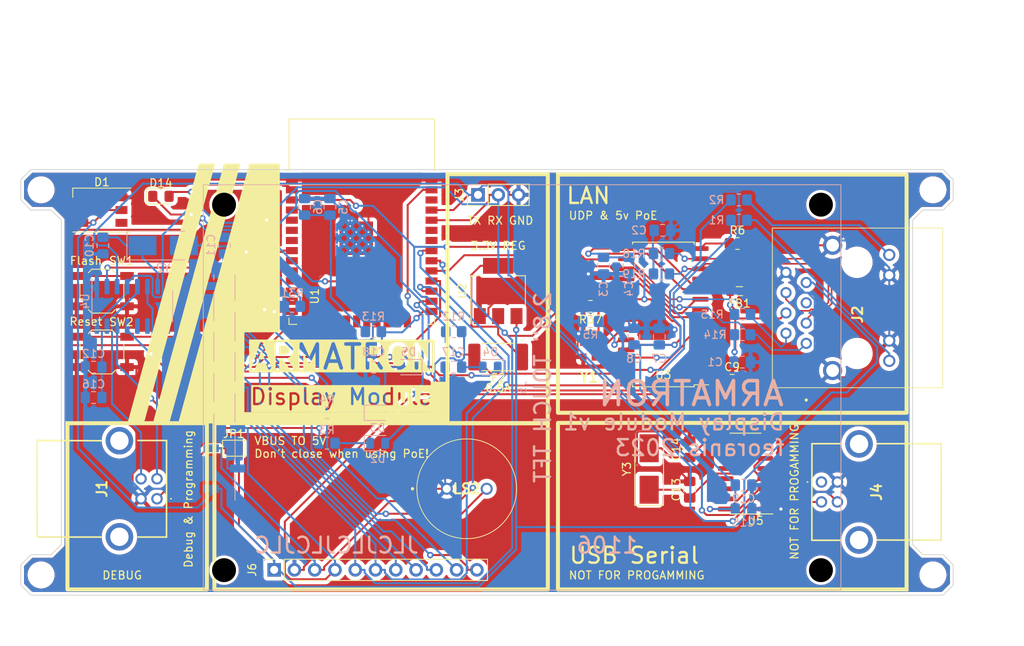
<source format=kicad_pcb>
(kicad_pcb (version 20221018) (generator pcbnew)
  (layers (0 "F.Cu" signal) (31 "B.Cu" signal) (34 "B.Paste" user) (35 "F.Paste" user) (36 "B.SilkS" user "B.Silkscreen") (37 "F.SilkS" user "F.Silkscreen") (38 "B.Mask" user) (39 "F.Mask" user) (44 "Edge.Cuts" user))
  (net 0 "")
  (net 1 "Net-(D14-K)")
  (net 2 "/Ethernet/RX-")
  (net 3 "/Ethernet/RX+")
  (net 4 "/USB Serial/VBUS")
  (net 5 "Net-(Y1-TRI-STATE)")
  (net 6 "+3.3V")
  (net 7 "GND")
  (net 8 "Net-(U3-VCAP)")
  (net 9 "Net-(U4-XI)")
  (net 10 "Net-(U4-XO)")
  (net 11 "PIN_RESET")
  (net 12 "PIN_FLASH")
  (net 14 "NEOPIXEL")
  (net 15 "+5V")
  (net 17 "RESET_UART")
  (net 18 "FLASH_UART")
  (net 19 "Net-(D4-K)")
  (net 20 "Net-(D5-K)")
  (net 21 "Net-(U2-VO)")
  (net 22 "SDA")
  (net 23 "SCL")
  (net 24 "POWER_DETECT")
  (net 25 "/USB/VBUS")
  (net 26 "Net-(J1-D-)")
  (net 27 "Net-(J1-D+)")
  (net 28 "/Ethernet/TX_CT")
  (net 29 "TX")
  (net 30 "RX")
  (net 31 "Net-(C2-Pad1)")
  (net 32 "/Ethernet/TPOUT+")
  (net 33 "/Ethernet/RX_CT")
  (net 34 "PIEZO")
  (net 35 "Net-(J2-PadP9)")
  (net 36 "Net-(J2-PadP12)")
  (net 37 "/USB/nRTS")
  (net 38 "/Ethernet/TPOUT-")
  (net 39 "/USB/nDTR")
  (net 40 "POWER_EN")
  (net 41 "Net-(U3-OSC2)")
  (net 42 "Net-(U3-RBIAS)")
  (net 43 "Net-(U5-XI)")
  (net 44 "Net-(U5-XO)")
  (net 53 "ETH_INTER")
  (net 54 "ETH_CS")
  (net 55 "SCK")
  (net 56 "MISO")
  (net 58 "MOSI")
  (net 61 "Net-(U3-OSC1)")
  (net 67 "Net-(J4-D-)")
  (net 68 "Net-(J4-D+)")
  (net 69 "/Ethernet/LEDA")
  (net 70 "/Ethernet/LEDB")
  (net 71 "/USB Serial/nDTR")
  (net 74 "LCD_BL")
  (net 76 "TOUCH_ITR")
  (net 84 "/USB Serial/nRTS")
  (net 85 "TOUCH_CS")
  (net 86 "LCD_RST")
  (net 87 "LCD_DC")
  (net 88 "LCD_CS")
  (footprint "Connector_PinSocket_2.54mm:PinSocket_1x11_P2.54mm_Vertical" (layer "F.Cu") (at 121.92 104.775 90)
    (fp_text reference "J6")
    (fp_text value "Conn_01x11")
  )
  (footprint "Button_Switch_SMD:SW_SPST_TL3342" (layer "F.Cu") (at 100.33 77.465)
    (fp_text reference "SW2")
    (fp_text value "SW_Push")
  )
  (footprint "Connector_PinHeader_2.54mm:PinHeader_1x03_P2.54mm_Vertical" (layer "F.Cu") (at 147.462 57.785 90)
    (fp_text reference "J3")
    (fp_text value "Conn_01x03_Pin")
  )
  (footprint "Capacitor_SMD:C_0805_2012Metric_Pad1.18x1.45mm_HandSolder" (layer "F.Cu") (at 173.99 89.655 90)
    (fp_text reference "C14")
    (fp_text value "22pF")
  )
  (footprint "RF_Module:ESP32-WROOM-32" (layer "F.Cu") (at 132.887 64.13)
    (fp_text reference "U1")
    (fp_text value "ESP32-WROOM-32")
  )
  (footprint "Resistor_SMD:R_0805_2012Metric_Pad1.20x1.40mm_HandSolder" (layer "F.Cu") (at 161.56 71.755 180)
    (fp_text reference "R37")
    (fp_text value "10K")
  )
  (footprint "Package_TO_SOT_SMD:SOT-223-3_TabPin2" (layer "F.Cu") (at 149.987 69.825 90)
    (fp_text reference "U2")
    (fp_text value "AMS1117-3.3")
  )
  (footprint "MountingHole:MountingHole_2.7mm_M2.5" (layer "F.Cu") (at 92.71 57.15)
    (fp_text reference "H1" hide)
    (fp_text value "MountingHole")
  )
  (footprint "Package_SO:SOIC-16_3.9x9.9mm_P1.27mm" (layer "F.Cu") (at 180.975 92.71 180)
    (fp_text reference "U5")
    (fp_text value "CH340G")
  )
  (footprint "MountingHole:MountingHole_2.7mm_M2.5" (layer "F.Cu") (at 92.71 105.41)
    (fp_text reference "H4" hide)
    (fp_text value "MountingHole")
  )
  (footprint "Button_Switch_SMD:SW_SPST_TL3342" (layer "F.Cu") (at 100.325 69.85)
    (fp_text reference "SW1")
    (fp_text value "SW_Push")
  )
  (footprint "LED_SMD:LED_0805_2012Metric_Pad1.15x1.40mm_HandSolder" (layer "F.Cu") (at 107.725 57.965)
    (fp_text reference "D14")
    (fp_text value "LED_Small")
  )
  (footprint "Inductor_SMD:L_0805_2012Metric_Pad1.05x1.20mm_HandSolder" (layer "F.Cu") (at 180.22 69.85 180)
    (fp_text reference "FB1")
    (fp_text value "FerriteBead_Small")
  )
  (footprint "SamacSys_Parts:USB1030GFPBB" (layer "F.Cu") (at 190.5 93.766 90)
    (fp_text reference "J4")
    (fp_text value "USB_B" hide)
  )
  (footprint "Crystal:Crystal_SMD_5032-2Pin_5.0x3.2mm_HandSoldering" (layer "F.Cu") (at 168.91 92.135 90)
    (fp_text reference "Y3")
    (fp_text value "12MHz")
  )
  (footprint "SamacSys_Parts:523379924" (layer "F.Cu") (at 188.595 76.3935 90)
    (fp_text reference "J2")
    (fp_text value "5-2337992-4" hide)
  )
  (footprint "MountingHole:MountingHole_2.7mm_M2.5" (layer "F.Cu") (at 204.47 57.15)
    (fp_text reference "H2" hide)
    (fp_text value "MountingHole")
  )
  (footprint "LED_SMD:LED_WS2812_PLCC6_5.0x5.0mm_P1.6mm" (layer "F.Cu") (at 100.33 59.69)
    (fp_text reference "D1")
    (fp_text value "Inolux_IN-PI556FCH")
  )
  (footprint "Resistor_SMD:R_0805_2012Metric_Pad1.20x1.40mm_HandSolder" (layer "F.Cu") (at 179.975 63.881)
    (fp_text reference "R6")
    (fp_text value "2.32K 1%")
  )
  (footprint "Fuse:Fuse_2512_6332Metric_Pad1.52x3.35mm_HandSolder" (layer "F.Cu") (at 149.987 78.105 180)
    (fp_text reference "F2")
    (fp_text value "0.5A")
  )
  (footprint "Capacitor_SMD:C_0805_2012Metric_Pad1.18x1.45mm_HandSolder" (layer "F.Cu") (at 179.3025 81.026)
    (fp_text reference "C9")
    (fp_text value "10uF")
  )
  (footprint "Capacitor_SMD:C_0805_2012Metric_Pad1.18x1.45mm_HandSolder" (layer "F.Cu") (at 173.99 94.735 90)
    (fp_text reference "C13")
    (fp_text value "22pF")
  )
  (footprint "Jumper:SolderJumper-2_P1.3mm_Open_Pad1.0x1.5mm" (layer "F.Cu") (at 116.855 89.535)
    (fp_text reference "JP1")
    (fp_text value "SolderJumper_2_Open")
  )
  (footprint "SamacSys_Parts:PT1241PFQ" (layer "F.Cu") (at 143.55 94.615)
    (fp_text reference "LS2")
    (fp_text value "PT-1241PFQ" hide)
  )
  (footprint "SamacSys_Parts:USB1030GFPBB" (layer "F.Cu") (at 107.235 95.865 -90)
    (fp_text reference "J1")
    (fp_text value "USB_B" hide)
  )
  (footprint "MountingHole:MountingHole_2.7mm_M2.5" (layer "F.Cu") (at 204.47 105.41)
    (fp_text reference "H3" hide)
    (fp_text value "MountingHole")
  )
  (footprint "SamacSys_Parts:ECS2520MVLC250BNTR3" (layer "F.Cu") (at 161.38 77.18 -90)
    (fp_text reference "Y1")
    (fp_text value "ECS-2520MVLC-250-BN-TR3" hide)
  )
  (footprint "Package_SO:SOIC-28W_7.5x17.9mm_P1.27mm" (layer "F.Cu") (at 170.688 72.771 180)
    (fp_text reference "U3")
    (fp_text value "ENC28J60x-SO")
  )
  (footprint "Package_SO:SOIC-16_3.9x9.9mm_P1.27mm" (layer "B.Cu") (at 104.14 71.755 -90)
    (fp_text reference "U4")
    (fp_text value "CH340G")
  )
  (footprint "Capacitor_SMD:C_0805_2012Metric_Pad1.18x1.45mm_HandSolder" (layer "B.Cu") (at 128.905 59.2875 90)
    (fp_text reference "C5")
    (fp_text value "10u")
  )
  (footprint "Resistor_SMD:R_0805_2012Metric_Pad1.20x1.40mm_HandSolder" (layer "B.Cu") (at 180.61 72.771 180)
    (fp_text reference "R15")
    (fp_text value "50R")
  )
  (footprint "Diode_SMD:D_0805_2012Metric" (layer "B.Cu") (at 134.89 88.9)
    (fp_text reference "D2")
    (fp_text value "D")
  )
  (footprint "Crystal:Crystal_SMD_5032-2Pin_5.0x3.2mm_HandSoldering" (layer "B.Cu") (at 108.01 64.135)
    (fp_text reference "Y2")
    (fp_text value "12MHz")
  )
  (footprint "Capacitor_SMD:C_0805_2012Metric_Pad1.18x1.45mm_HandSolder" (layer "B.Cu") (at 144.3775 79.375 180)
    (fp_text reference "C17")
    (fp_text value "100n")
  )
  (footprint "Diode_SMD:D_0805_2012Metric" (layer "B.Cu") (at 134.89 85.09)
    (fp_text reference "D3")
    (fp_text value "D")
  )
  (footprint "Capacitor_SMD:C_0805_2012Metric_Pad1.18x1.45mm_HandSolder" (layer "B.Cu") (at 163.195 66.6535 -90)
    (fp_text reference "C3")
    (fp_text value "100n")
  )
  (footprint "Resistor_SMD:R_0805_2012Metric_Pad1.20x1.40mm_HandSolder" (layer "B.Cu") (at 170.45 65.151 180)
    (fp_text reference "R18")
    (fp_text value "50R")
  )
  (footprint "Resistor_SMD:R_0805_2012Metric_Pad1.20x1.40mm_HandSolder" (layer "B.Cu") (at 128.54 85.09 180)
    (fp_text reference "R4")
    (fp_text value "10K")
  )
  (footprint "Capacitor_SMD:C_0805_2012Metric_Pad1.18x1.45mm_HandSolder" (layer "B.Cu") (at 170.5825 62.23)
    (fp_text reference "C2")
    (fp_text value "0.1uF")
  )
  (footprint "Capacitor_SMD:C_0805_2012Metric_Pad1.18x1.45mm_HandSolder" (layer "B.Cu") (at 166.37 66.6535 -90)
    (fp_text reference "C4")
    (fp_text value "10uF")
  )
  (footprint "Capacitor_SMD:C_0805_2012Metric_Pad1.18x1.45mm_HandSolder" (layer "B.Cu") (at 125.73 59.2875 90)
    (fp_text reference "C6")
    (fp_text value "100n")
  )
  (footprint "Capacitor_SMD:C_0805_2012Metric_Pad1.18x1.45mm_HandSolder" (layer "B.Cu") (at 100.45 64.135 -90)
    (fp_text reference "C10")
    (fp_text value "22pF")
  )
  (footprint "Capacitor_SMD:C_0805_2012Metric_Pad1.18x1.45mm_HandSolder" (layer "B.Cu") (at 99.2925 83.185 180)
    (fp_text reference "C16")
    (fp_text value "100n")
  )
  (footprint "Capacitor_SMD:C_0805_2012Metric_Pad1.18x1.45mm_HandSolder" (layer "B.Cu") (at 167.005 75.5435 90)
    (fp_text reference "C8")
    (fp_text value "10uF")
  )
  (footprint "Capacitor_SMD:C_0805_2012Metric_Pad1.18x1.45mm_HandSolder" (layer "B.Cu") (at 115.69 64.135 -90)
    (fp_text reference "C11")
    (fp_text value "22pF")
  )
  (footprint "Resistor_SMD:R_0805_2012Metric_Pad1.20x1.40mm_HandSolder" (layer "B.Cu") (at 134.35 74.93)
    (fp_text reference "R13")
    (fp_text value "10K")
  )
  (footprint "Diode_SMD:D_0805_2012Metric" (layer "B.Cu") (at 148.995 79.375 180)
    (fp_text reference "D4")
    (fp_text value "D")
  )
  (footprint "Capacitor_SMD:C_0805_2012Metric_Pad1.18x1.45mm_HandSolder" (layer "B.Cu") (at 99.2925 79.375 180)
    (fp_text reference "C12")
    (fp_text value "4.7u")
  )
  (footprint "Capacitor_SMD:C_0805_2012Metric_Pad1.18x1.45mm_HandSolder" (layer "B.Cu") (at 180.7425 97.155)
    (fp_text reference "C15")
    (fp_text value "4.7u")
  )
  (footprint "Resistor_SMD:R_0805_2012Metric_Pad1.20x1.40mm_HandSolder" (layer "B.Cu") (at 180.165 58.42 180)
    (fp_text reference "R2")
    (fp_text value "220R")
  )
  (footprint "Capacitor_SMD:C_0805_2012Metric_Pad1.18x1.45mm_HandSolder" (layer "B.Cu") (at 180.7425 94.145)
    (fp_text reference "C19")
    (fp_text value "100n")
  )
  (footprint "Resistor_SMD:R_0805_2012Metric_Pad1.20x1.40mm_HandSolder" (layer "B.Cu") (at 128.54 88.9 180)
    (fp_text reference "R3")
    (fp_text value "10K")
  )
  (footprint "components:2.8 inch resistive tft smd" (layer "B.Cu") (at 153.035 81.915 -90)
    (fp_text reference "J5")
    (fp_text value "Conn_01x11")
  )
  (footprint "Resistor_SMD:R_0805_2012Metric_Pad1.20x1.40mm_HandSolder" (layer "B.Cu") (at 161.56 73.66)
    (fp_text reference "R5")
    (fp_text value "10K")
  )
  (footprint "Resistor_SMD:R_0805_2012Metric_Pad1.20x1.40mm_HandSolder" (layer "B.Cu") (at 180.165 60.96 180)
    (fp_text reference "R1")
    (fp_text value "220R")
  )
  (footprint "Resistor_SMD:R_0805_2012Metric_Pad1.20x1.40mm_HandSolder" (layer "B.Cu") (at 124.19 71.755 180)
    (fp_text reference "R31")
    (fp_text value "1K")
  )
  (footprint "Capacitor_SMD:C_0805_2012Metric_Pad1.18x1.45mm_HandSolder" (layer "B.Cu") (at 134.3875 79.375 180)
    (fp_text reference "C18")
    (fp_text value "100n")
  )
  (footprint "Capacitor_SMD:C_0805_2012Metric_Pad1.18x1.45mm_HandSolder" (layer "B.Cu") (at 170.18 75.5435 90)
    (fp_text reference "C7")
    (fp_text value "100n")
  )
  (footprint "Capacitor_SMD:C_0805_2012Metric_Pad1.18x1.45mm_HandSolder" (layer "B.Cu") (at 180.5725 78.74)
    (fp_text reference "C1")
    (fp_text value "0.1uF")
  )
  (footprint "Resistor_SMD:R_0805_2012Metric_Pad1.20x1.40mm_HandSolder" (layer "B.Cu") (at 180.61 75.311)
    (fp_text reference "R14")
    (fp_text value "50R")
  )
  (footprint "Diode_SMD:D_0805_2012Metric" (layer "B.Cu") (at 138.7625 79.375 180)
    (fp_text reference "D5")
    (fp_text value "D")
  )
  (footprint "Resistor_SMD:R_0805_2012Metric_Pad1.20x1.40mm_HandSolder" (layer "B.Cu") (at 144.415 74.93)
    (fp_text reference "R12")
    (fp_text value "10K")
  )
  (footprint "Resistor_SMD:R_0805_2012Metric_Pad1.20x1.40mm_HandSolder" (layer "B.Cu") (at 170.45 67.691)
    (fp_text reference "R19")
    (fp_text value "50R")
  )
  (gr_poly (pts (xy 143.51 81.28) (xy 141.605 81.28) (xy 141.605 85.09) (xy 117.475 85.09) (xy 117.475 86.335) (xy 143.51 86.36)) (stroke (width 0.15)) (fill solid) (layer "F.SilkS"))
  (gr_poly (pts (xy 114.427 53.95) (xy 105.537 86.335) (xy 103.632 86.335) (xy 112.522 53.95)) (stroke (width 0.15)) (fill solid) (layer "F.SilkS"))
  (gr_rect (start 96.012 86.3985) (end 113.4872 107.2265) (stroke (width 0.5)) (fill none) (layer "F.SilkS"))
  (gr_rect (start 157.48 55.245) (end 201.168 85.09) (stroke (width 0.5)) (fill none) (layer "F.SilkS"))
  (gr_poly (pts (xy 201.168 86.36) (xy 201.168 107.2265) (xy 157.48 107.2265) (xy 157.48 86.36)) (stroke (width 0.5)) (fill none) (layer "F.SilkS"))
  (gr_rect (start 114.427 86.3985) (end 156.21 107.2265) (stroke (width 0.5)) (fill none) (layer "F.SilkS"))
  (gr_poly (pts (xy 117.602 53.95) (xy 108.712 86.335) (xy 106.807 86.335) (xy 115.697 53.95)) (stroke (width 0.15)) (fill solid) (layer "F.SilkS"))
  (gr_poly (pts (xy 122.555 53.95) (xy 122.555 74.93) (xy 118.11 74.93) (xy 118.11 86.36) (xy 109.982 86.335) (xy 115.554355 66.035705) (xy 118.872 53.95)) (stroke (width 0.15)) (fill solid) (layer "F.SilkS"))
  (gr_rect (start 143.637 55.1946) (end 156.21 86.3985) (stroke (width 0.5)) (fill none) (layer "F.SilkS"))
  (gr_poly (pts (xy 93.98 54.61) (xy 91.44 54.61) (xy 90.17 55.88) (xy 90.17 58.42) (xy 91.44 59.69) (xy 93.98 59.69) (xy 95.25 60.96) (xy 95.25 101.6) (xy 93.98 102.87) (xy 91.44 102.87) (xy 90.17 104.14) (xy 90.17 106.68) (xy 91.44 107.95) (xy 205.74 107.95) (xy 207.01 106.68) (xy 207.01 104.14) (xy 205.74 102.87) (xy 203.2 102.87) (xy 201.93 101.6) (xy 201.93 60.96) (xy 203.2 59.69) (xy 205.74 59.69) (xy 207.01 58.42) (xy 207.01 55.88) (xy 205.74 54.61)) (stroke (width 0.1)) (fill none) (layer "Edge.Cuts"))
  (gr_text "Display Module v1\nfeoranis 2023" (at 186.055 85.09) (layer "B.SilkS") (effects (font (size 2 2) (thickness 0.3)) (justify left top mirror)))
  (gr_text "ARMATRON" (at 186.055 84.455) (layer "B.SilkS") (effects (font (size 3 3) (thickness 0.45)) (justify left bottom mirror)))
  (gr_text "1106             JLCJLCJLCJLC" (at 167.64 102.87) (layer "B.SilkS") (effects (font (size 2 2) (thickness 0.3)) (justify left bottom mirror)))
  (gr_text "2.8{dblquote} TOUCH TFT" (at 155.575 81.915 90) (layer "B.SilkS") (effects (font (size 2 2) (thickness 0.3)) (justify mirror)))
  (gr_text "3.3V REG" (at 149.987 64.745) (layer "F.SilkS") (effects (font (size 1 1)) (justify bottom)))
  (gr_text "Flash" (at 98.323 66.045) (layer "F.SilkS") (effects (font (size 1 1))))
  (gr_text "Display Module" (at 118.745 81.915) (layer "F.SilkS" knockout) (effects (font (size 2 2) (thickness 0.3)) (justify left top)))
  (gr_text "Reset" (at 98.323 73.665) (layer "F.SilkS") (effects (font (size 1 1))))
  (gr_text "DEBUG" (at 102.87 106.045) (layer "F.SilkS") (effects (font (size 1 1)) (justify bottom)))
  (gr_text "0.5A" (at 149.987 82.55) (layer "F.SilkS") (effects (font (size 1 1)) (justify bottom)))
  (gr_text "LAN" (at 161.29 59.055) (layer "F.SilkS") (effects (font (size 2 2) (thickness 0.3)) (justify bottom)))
  (gr_text "NOT FOR PROGAMMING" (at 158.75 106.045) (layer "F.SilkS") (effects (font (size 1 1)) (justify left bottom)))
  (gr_text "USB Serial" (at 158.75 104.14) (layer "F.SilkS") (effects (font (size 2 2) (thickness 0.3)) (justify left bottom)))
  (gr_text "ARMATRON" (at 118.745 78.105) (layer "F.SilkS" knockout) (effects (font (size 3 3) (thickness 0.45)) (justify left)))
  (gr_text "VBUS TO 5V\nDon't close when using PoE!" (at 119.35 90.805) (layer "F.SilkS") (effects (font (size 1 1)) (justify left bottom)))
  (gr_text "TX RX GND" (at 146.05 61.595) (layer "F.SilkS") (effects (font (size 1 1)) (justify left bottom)))
  (gr_text "UDP & 5v PoE" (at 158.75 60.96) (layer "F.SilkS") (effects (font (size 1 1)) (justify left bottom)))
  (gr_text "Debug & Programming" (at 111.76 95.885 90) (layer "F.SilkS") (effects (font (size 1 1)) (justify bottom)))
  (gr_text "NOT FOR PROGAMMING" (at 187.706 94.996 90) (layer "F.SilkS") (effects (font (size 1 1)) (justify bottom)))
  (segment (start 111.5277 60.2462) (end 108.9812 60.2462) (width 0.25) (layer "F.Cu") (net 1))
  (segment (start 108.9812 60.2462) (end 106.7 57.965) (width 0.25) (layer "F.Cu") (net 1))
  (via (at 111.5277 60.2462) (size 0.8) (drill 0.4) (layers "F.Cu" "B.Cu") (net 1))
  (segment (start 113.3581 62.1838) (end 116.708 62.1838) (width 0.25) (layer "B.Cu") (net 1))
  (segment (start 125.19 70.6658) (end 125.19 71.755) (width 0.25) (layer "B.Cu") (net 1))
  (segment (start 116.708 62.1838) (end 125.19 70.6658) (width 0.25) (layer "B.Cu") (net 1))
  (segment (start 111.5277 60.2462) (end 111.5277 60.3534) (width 0.25) (layer "B.Cu") (net 1))
  (segment (start 111.5277 60.3534) (end 113.3581 62.1838) (width 0.25) (layer "B.Cu") (net 1))
  (segment locked (start 175.973 66.421) (end 189.865 66.421) (width 0.2) (layer "F.Cu") (net 2))
  (segment locked (start 189.009214 72.3135) (end 187.5025 72.3135) (width 0.2) (layer "F.Cu") (net 2))
  (segment locked (start 186.055 70.866) (end 186.055 70.0435) (width 0.2) (layer "F.Cu") (net 2))
  (segment locked (start 189.186714 72.136) (end 189.009214 72.3135) (width 0.2) (layer "F.Cu") (net 2))
  (segment locked (start 191.37 71.266) (end 190.5 72.136) (width 0.2) (layer "F.Cu") (net 2))
  (segment locked (start 191.37 67.926) (end 191.37 71.266) (width 0.2) (layer "F.Cu") (net 2))
  (segment locked (start 190.5 72.136) (end 189.186714 72.136) (width 0.2) (layer "F.Cu") (net 2))
  (segment locked (start 173.355 67.056) (end 175.338 67.056) (width 0.2) (layer "F.Cu") (net 2))
  (segment locked (start 189.865 66.421) (end 191.37 67.926) (width 0.2) (layer "F.Cu") (net 2))
  (segment locked (start 175.338 67.056) (end 175.973 66.421) (width 0.2) (layer "F.Cu") (net 2))
  (segment locked (start 187.5025 72.3135) (end 186.055 70.866) (width 0.2) (layer "F.Cu") (net 2))
  (via locked (at 173.355 67.056) (size 0.8) (drill 0.4) (layers "F.Cu" "B.Cu") (net 2))
  (segment locked (start 171.45 67.691) (end 172.72 67.691) (width 0.2) (layer "B.Cu") (net 2))
  (segment locked (start 172.72 67.691) (end 173.355 67.056) (width 0.2) (layer "B.Cu") (net 2))
  (segment locked (start 189.865 65.786) (end 191.77 67.691) (width 0.2) (layer "F.Cu") (net 3))
  (segment locked (start 176.295 65.786) (end 189.865 65.786) (width 0.2) (layer "F.Cu") (net 3))
  (segment locked (start 190.665685 72.536) (end 189.465 72.536) (width 0.2) (layer "F.Cu") (net 3))
  (segment locked (start 191.77 71.431686) (end 190.665685 72.536) (width 0.2) (layer "F.Cu") (net 3))
  (segment (start 175.338 65.786) (end 176.295 65.786) (width 0.25) (layer "F.Cu") (net 3))
  (segment locked (start 175.338 65.786) (end 173.355 65.786) (width 0.2) (layer "F.Cu") (net 3))
  (segment locked (start 188.595 73.406) (end 188.595 73.8535) (width 0.2) (layer "F.Cu") (net 3))
  (segment locked (start 189.465 72.536) (end 188.595 73.406) (width 0.2) (layer "F.Cu") (net 3))
  (segment locked (start 191.77 67.691) (end 191.77 71.431686) (width 0.2) (layer "F.Cu") (net 3))
  (via locked (at 173.355 65.786) (size 0.8) (drill 0.4) (layers "F.Cu" "B.Cu") (net 3))
  (segment locked (start 172.72 65.151) (end 171.45 65.151) (width 0.2) (layer "B.Cu") (net 3))
  (segment locked (start 173.355 65.786) (end 172.72 65.151) (width 0.2) (layer "B.Cu") (net 3))
  (segment (start 160.7967 71.9917) (end 160.56 71.755) (width 0.25) (layer "F.Cu") (net 5))
  (segment (start 160.655 76.255) (end 160.7967 76.1133) (width 0.25) (layer "F.Cu") (net 5))
  (segment (start 160.7967 76.1133) (end 160.7967 71.9917) (width 0.25) (layer "F.Cu") (net 5))
  (segment (start 171.7816 73.5953) (end 172.1033 73.5953) (width 0.25) (layer "F.Cu") (net 6))
  (segment (start 149.0852 80.1907) (end 146.9995 78.105) (width 0.25) (layer "F.Cu") (net 6))
  (segment (start 176.4728 68.961) (end 174.2024 68.961) (width 0.25) (layer "F.Cu") (net 6))
  (segment (start 122.922 56.515) (end 123.062 56.655) (width 0.25) (layer "F.Cu") (net 6))
  (segment (start 178.5 97.155) (end 178.8809 97.155) (width 0.25) (layer "F.Cu") (net 6))
  (segment (start 169.0523 70.866) (end 171.7816 73.5953) (width 0.25) (layer "F.Cu") (net 6))
  (segment (start 163.449 70.866) (end 162.56 71.755) (width 0.25) (layer "F.Cu") (net 6))
  (segment (start 172.8464 75.8196) (end 172.085 76.581) (width 0.25) (layer "F.Cu") (net 6))
  (segment (start 166.038 77.216) (end 165.5701 77.216) (width 0.25) (layer "F.Cu") (net 6))
  (segment (start 146.6916 77.7971) (end 146.9995 78.105) (width 0.25) (layer "F.Cu") (net 6))
  (segment (start 168.3116 70.866) (end 169.0523 70.866) (width 0.25) (layer "F.Cu") (net 6))
  (segment (start 172.1033 73.5953) (end 172.8464 74.3384) (width 0.25) (layer "F.Cu") (net 6))
  (segment (start 162.105 76.255) (end 162.105 75.4799) (width 0.25) (layer "F.Cu") (net 6))
  (segment (start 166.038 70.866) (end 163.449 70.866) (width 0.25) (layer "F.Cu") (net 6))
  (segment locked (start 176.53 97.155) (end 178.5 97.155) (width 0.25) (layer "F.Cu") (net 6))
  (segment (start 174.2024 68.961) (end 169.7574 64.516) (width 0.25) (layer "F.Cu") (net 6))
  (segment locked (start 166.038 64.516) (end 161.925 64.516) (width 0.25) (layer "F.Cu") (net 6))
  (segment (start 144.9898 77.7971) (end 146.6916 77.7971) (width 0.25) (layer "F.Cu") (net 6))
  (segment (start 164.6463 80.1015) (end 165.5708 81.026) (width 0.25) (layer "F.Cu") (net 6))
  (segment (start 182.6909 93.345) (end 183.45 93.345) (width 0.25) (layer "F.Cu") (net 6))
  (segment (start 176.5384 68.8954) (end 176.4728 68.961) (width 0.25) (layer "F.Cu") (net 6))
  (segment (start 164.6463 80.1015) (end 164.5571 80.1907) (width 0.25) (layer "F.Cu") (net 6))
  (segment (start 165.5701 77.216) (end 164.6463 78.1398) (width 0.25) (layer "F.Cu") (net 6))
  (segment (start 165.5708 81.026) (end 166.038 81.026) (width 0.25) (layer "F.Cu") (net 6))
  (segment (start 169.7574 64.516) (end 166.038 64.516) (width 0.25) (layer "F.Cu") (net 6))
  (segment (start 109.293 57.422) (end 111.5277 57.422) (width 0.25) (layer "F.Cu") (net 6))
  (segment (start 162.56 71.755) (end 162.56 75.0249) (width 0.25) (layer "F.Cu") (net 6))
  (segment locked (start 161.925 64.516) (end 161.29 65.151) (width 0.25) (layer "F.Cu") (net 6))
  (segment (start 112.4347 56.515) (end 122.922 56.515) (width 0.25) (layer "F.Cu") (net 6))
  (segment (start 108.75 57.965) (end 109.293 57.422) (width 0.25) (layer "F.Cu") (net 6))
  (segment locked (start 166.673 76.581) (end 172.085 76.581) (width 0.25) (layer "F.Cu") (net 6))
  (segment (start 172.8464 74.3384) (end 172.8464 75.8196) (width 0.25) (layer "F.Cu") (net 6))
  (segment (start 164.6463 78.1398) (end 164.6463 80.1015) (width 0.25) (layer "F.Cu") (net 6))
  (segment (start 166.038 70.866) (end 166.038 69.596) (width 0.25) (layer "F.Cu") (net 6))
  (segment locked (start 166.038 77.216) (end 166.673 76.581) (width 0.25) (layer "F.Cu") (net 6))
  (segment (start 180.4154 68.8954) (end 176.5384 68.8954) (width 0.25) (layer "F.Cu") (net 6))
  (segment (start 123.062 56.655) (end 123.642 56.655) (width 0.25) (layer "F.Cu") (net 6))
  (segment (start 181.37 69.85) (end 180.4154 68.8954) (width 0.25) (layer "F.Cu") (net 6))
  (segment (start 123.642 56.655) (end 124.137 57.15) (width 0.25) (layer "F.Cu") (net 6))
  (segment (start 164.5571 80.1907) (end 149.0852 80.1907) (width 0.25) (layer "F.Cu") (net 6))
  (segment (start 168.3116 70.866) (end 166.038 70.866) (width 0.25) (layer "F.Cu") (net 6))
  (segment (start 111.5277 57.422) (end 112.4347 56.515) (width 0.25) (layer "F.Cu") (net 6))
  (segment (start 178.8809 97.155) (end 182.6909 93.345) (width 0.25) (layer "F.Cu") (net 6))
  (segment (start 162.56 75.0249) (end 162.105 75.4799) (width 0.25) (layer "F.Cu") (net 6))
  (via (at 168.3116 70.866) (size 0.8) (drill 0.4) (layers "F.Cu" "B.Cu") (net 6))
  (via locked (at 176.53 97.155) (size 0.8) (drill 0.4) (layers "F.Cu" "B.Cu") (net 6))
  (via locked (at 161.29 65.151) (size 0.8) (drill 0.4) (layers "F.Cu" "B.Cu") (net 6))
  (via (at 144.9898 77.7971) (size 0.8) (drill 0.4) (layers "F.Cu" "B.Cu") (net 6))
  (via (at 111.5277 57.422) (size 0.8) (drill 0.4) (layers "F.Cu" "B.Cu") (net 6))
  (via locked (at 172.085 76.581) (size 0.8) (drill 0.4) (layers "F.Cu" "B.Cu") (net 6))
  (segment (start 129.021 60.441) (end 128.905 60.325) (width 0.25) (layer "B.Cu") (net 6))
  (segment (start 132.0961 59.8762) (end 137.8034 65.5835) (width 0.25) (layer "B.Cu") (net 6))
  (segment (start 125.0275 57.3002) (end 129.5961 57.3002) (width 0.25) (layer "B.Cu") (net 6))
  (segment locked (start 179.705 97.155) (end 176.53 97.155) (width 0.25) (layer "B.Cu") (net 6))
  (segment (start 143.415 76.2223) (end 144.9898 77.7971) (width 0.25) (layer "B.Cu") (net 6))
  (segment (start 129.5961 57.3002) (end 131.4433 59.1474) (width 0.25) (layer "B.Cu") (net 6))
  (segment locked (start 170.18 76.581) (end 167.005 76.581) (width 0.25) (layer "B.Cu") (net 6))
  (segment (start 103.505 69.28) (end 103.505 70.039) (width 0.25) (layer "B.Cu") (net 6))
  (segment locked (start 161.29 65.151) (end 162.73 65.151) (width 0.25) (layer "B.Cu") (net 6))
  (segment locked (start 172.085 76.581) (end 170.18 76.581) (width 0.25) (layer "B.Cu") (net 6))
  (segment (start 106.68 68.202) (end 106.4084 67.9304) (width 0.25) (layer "B.Cu") (net 6))
  (segment (start 122.2772 61.6702) (end 117.467192 61.6702) (width 0.25) (layer "B.Cu") (net 6))
  (segment (start 129.021 70.601) (end 129.021 60.441) (width 0.25) (layer "B.Cu") (net 6))
  (segment locked (start 163.195 65.616) (end 166.37 65.616) (width 0.25) (layer "B.Cu") (net 6))
  (segment (start 106.4084 67.9304) (end 104.4089 67.9304) (width 0.25) (layer "B.Cu") (net 6))
  (segment (start 131.8681 59.8762) (end 132.0961 59.8762) (width 0.25) (layer "B.Cu") (net 6))
  (segment (start 99.695 73.849) (end 99.695 74.23) (width 0.25) (layer "B.Cu") (net 6))
  (segment (start 104.4089 67.9304) (end 103.505 68.8343) (width 0.25) (layer "B.Cu") (net 6))
  (segment (start 124.6762 57.6515) (end 125.0275 57.3002) (width 0.25) (layer "B.Cu") (net 6))
  (segment (start 167.7919 82.2319) (end 179.705 94.145) (width 0.25) (layer "B.Cu") (net 6))
  (segment (start 103.505 70.039) (end 99.695 73.849) (width 0.25) (layer "B.Cu") (net 6))
  (segment (start 167.7919 76.581) (end 167.7919 82.2319) (width 0.25) (layer "B.Cu") (net 6))
  (segment (start 107.6431 70.6151) (end 106.969 70.6151) (width 0.25) (layer "B.Cu") (net 6))
  (segment (start 166.0347 65.616) (end 168.3116 67.8929) (width 0.25) (layer "B.Cu") (net 6))
  (segment (start 114.6725 61.2838) (end 112.9073 59.5186) (width 0.25) (layer "B.Cu") (net 6))
  (segment (start 100.33 74.865) (end 100.33 79.375) (width 0.25) (layer "B.Cu") (net 6))
  (segment (start 107.95 62.7831) (end 107.95 70.3082) (width 0.25) (layer "B.Cu") (net 6))
  (segment (start 133.35 74.93) (end 129.021 70.601) (width 0.25) (layer "B.Cu") (net 6))
  (segment (start 143.415 74.93) (end 143.415 76.2223) (width 0.25) (layer "B.Cu") (net 6))
  (segment (start 137.8034 68.5913) (end 143.415 74.2029) (width 0.25) (layer "B.Cu") (net 6))
  (segment (start 131.4433 59.1474) (end 131.4433 59.4514) (width 0.25) (layer "B.Cu") (net 6))
  (segment (start 124.6762 59.2712) (end 122.2772 61.6702) (width 0.25) (layer "B.Cu") (net 6))
  (segment locked (start 162.73 65.151) (end 163.195 65.616) (width 0.25) (layer "B.Cu") (net 6))
  (segment (start 107.95 70.3082) (end 107.6431 70.6151) (width 0.25) (layer "B.Cu") (net 6))
  (segment (start 111.2145 59.5186) (end 107.95 62.7831) (width 0.25) (layer "B.Cu") (net 6))
  (segment (start 111.5277 59.5186) (end 111.2145 59.5186) (width 0.25) (layer "B.Cu") (net 6))
  (segment (start 117.080792 61.2838) (end 114.6725 61.2838) (width 0.25) (layer "B.Cu") (net 6))
  (segment (start 103.505 68.8343) (end 103.505 69.28) (width 0.25) (layer "B.Cu") (net 6))
  (segment (start 125.73 60.325) (end 124.6762 59.2712) (width 0.25) (layer "B.Cu") (net 6))
  (segment (start 112.9073 59.5186) (end 111.5277 59.5186) (width 0.25) (layer "B.Cu") (net 6))
  (segment (start 131.4433 59.4514) (end 131.8681 59.8762) (width 0.25) (layer "B.Cu") (net 6))
  (segment (start 143.415 74.2029) (end 143.415 74.93) (width 0.25) (layer "B.Cu") (net 6))
  (segment (start 137.8034 65.5835) (end 137.8034 68.5913) (width 0.25) (layer "B.Cu") (net 6))
  (segment (start 124.6762 59.2712) (end 124.6762 57.6515) (width 0.25) (layer "B.Cu") (net 6))
  (segment (start 106.969 70.6151) (end 106.68 70.3261) (width 0.25) (layer "B.Cu") (net 6))
  (segment (start 117.467192 61.6702) (end 117.080792 61.2838) (width 0.25) (layer "B.Cu") (net 6))
  (segment locked (start 179.705 97.155) (end 179.705 94.145) (width 0.25) (layer "B.Cu") (net 6))
  (segment (start 111.5277 59.5186) (end 111.5277 57.422) (width 0.25) (layer "B.Cu") (net 6))
  (segment (start 100.33 83.185) (end 100.33 79.375) (width 0.25) (layer "B.Cu") (net 6))
  (segment (start 99.695 74.23) (end 100.33 74.865) (width 0.25) (layer "B.Cu") (net 6))
  (segment (start 168.3116 67.8929) (end 168.3116 70.866) (width 0.25) (layer "B.Cu") (net 6))
  (segment (start 106.68 70.3261) (end 106.68 68.202) (width 0.25) (layer "B.Cu") (net 6))
  (segment (start 125.73 60.325) (end 128.905 60.325) (width 0.25) (layer "B.Cu") (net 6))
  (segment (start 179.07 79.756) (end 180.34 81.026) (width 0.25) (layer "F.Cu") (net 7))
  (segment (start 173.99 87.4328) (end 173.99 88.6175) (width 0.25) (layer "F.Cu") (net 7))
  (segment (start 167.5829 87.4328) (end 167.3848 87.6309) (width 0.25) (layer "F.Cu") (net 7))
  (segment (start 197.485 77.5585) (end 198.995 76.0485) (width 0.25) (layer "F.Cu") (net 7))
  (segment (start 181.1925 64.0985) (end 180.975 63.881) (width 0.25) (layer "F.Cu") (net 7))
  (segment (start 104.1732 92.7263) (end 104.6551 92.2444) (width 0.25) (layer "F.Cu") (net 7))
  (segment (start 167.941 91.9757) (end 172.2682 91.9757) (width 0.25) (layer "F.Cu") (net 7))
  (segment (start 130.682 61.695) (end 130.682 62.4575) (width 0.25) (layer "F.Cu") (net 7))
  (segment (start 173.99 87.4328) (end 167.5829 87.4328) (width 0.25) (layer "F.Cu") (net 7))
  (segment (start 185.2325 68.326) (end 175.338 68.326) (width 0.25) (layer "F.Cu") (net 7))
  (segment (start 125.6351 104.4097) (end 135.4298 94.615) (width 0.25) (layer "F.Cu") (net 7))
  (segment (start 133.732 63.22) (end 133.732 63.9825) (width 0.25) (layer "F.Cu") (net 7))
  (segment (start 104.6551 92.2444) (end 104.6551 79.365) (width 0.25) (layer "F.Cu") (net 7))
  (segment (start 180.34 81.026) (end 173.99 87.376) (width 0.25) (layer "F.Cu") (net 7))
  (segment locked (start 166.038 68.326) (end 161.925 68.326) (width 0.25) (layer "F.Cu") (net 7))
  (segment (start 166.038 72.868) (end 166.038 72.136) (width 0.25) (layer "F.Cu") (net 7))
  (segment (start 130.682 64.745) (end 130.682 65.5951) (width 0.25) (layer "F.Cu") (net 7))
  (segment (start 133.732 55.88) (end 133.732 60.8449) (width 0.25) (layer "F.Cu") (net 7))
  (segment (start 103.8551 58.09) (end 106.0651 55.88) (width 0.25) (layer "F.Cu") (net 7))
  (segment (start 130.682 64.745) (end 130.682 63.9825) (width 0.25) (layer "F.Cu") (net 7))
  (segment (start 151.3669 57.4198) (end 151.3669 57.785) (width 0.25) (layer "F.Cu") (net 7))
  (segment (start 106.0697 73.1696) (end 104.6501 71.75) (width 0.25) (layer "F.Cu") (net 7))
  (segment (start 133.732 63.22) (end 132.9695 63.22) (width 0.25) (layer "F.Cu") (net 7))
  (segment (start 141.637 55.88) (end 149.8271 55.88) (width 0.25) (layer "F.Cu") (net 7))
  (segment (start 192.7415 80.645) (end 195.58 80.645) (width 0.25) (layer "F.Cu") (net 7))
  (segment (start 103.475 71.75) (end 97.175 71.75) (width 0.25) (layer "F.Cu") (net 7))
  (segment locked (start 161.925 68.326) (end 161.29 67.691) (width 0.25) (layer "F.Cu") (net 7))
  (segment (start 133.732 61.695) (end 133.732 62.4575) (width 0.25) (layer "F.Cu") (net 7))
  (segment (start 132.9695 63.22) (end 132.207 63.22) (width 0.25) (layer "F.Cu") (net 7))
  (segment (start 103.48 79.365) (end 104.6551 79.365) (width 0.25) (layer "F.Cu") (net 7))
  (segment (start 175.338 79.756) (end 179.07 79.756) (width 0.25) (layer "F.Cu") (net 7))
  (segment (start 133.732 64.745) (end 132.9695 64.745) (width 0.25) (layer "F.Cu") (net 7))
  (segment (start 166.576 73.406) (end 166.038 72.868) (width 0.25) (layer "F.Cu") (net 7))
  (segment (start 147.687 72.975) (end 148.7621 72.975) (width 0.25) (layer "F.Cu") (net 7))
  (segment locked (start 170.815 73.406) (end 166.038 73.406) (width 0.25) (layer "F.Cu") (net 7))
  (segment (start 126.4989 72.5649) (end 125.8942 73.1696) (width 0.25) (layer "F.Cu") (net 7))
  (segment (start 146.7455 91.4195) (end 167.3848 91.4195) (width 0.25) (layer "F.Cu") (net 7))
  (segment (start 133.732 55.88) (end 124.137 55.88) (width 0.25) (layer "F.Cu") (net 7))
  (segment (start 132.9695 64.745) (end 132.207 64.745) (width 0.25) (layer "F.Cu") (net 7))
  (segment (start 97.18 79.365) (end 98.3551 79.365) (width 0.25) (layer "F.Cu") (net 7))
  (segment (start 102.78 58.09) (end 103.8551 58.09) (width 0.25) (layer "F.Cu") (net 7))
  (segment (start 127.177 72.5649) (end 127.177 68.675) (width 0.25) (layer "F.Cu") (net 7))
  (segment (start 106.0651 55.88) (end 124.137 55.88) (width 0.25) (layer "F.Cu") (net 7))
  (segment (start 132.207 63.9825) (end 132.207 63.22) (width 0.25) (layer "F.Cu") (net 7))
  (segment locked (start 185.42 97.155) (end 183.45 97.155) (width 0.25) (layer "F.Cu") (net 7))
  (segment (start 103.475 71.75) (end 104.6501 71.75) (width 0.25) (layer "F.Cu") (net 7))
  (segment (start 135.4298 94.615) (end 143.55 94.615) (width 0.25) (layer "F.Cu") (net 7))
  (segment (start 133.732 61.695) (end 133.732 60.8449) (width 0.25) (layer "F.Cu") (net 7))
  (segment (start 104.1732 94.8032) (end 104.1732 92.7263) (width 0.25) (layer "F.Cu") (net 7))
  (segment (start 195.58 80.645) (end 197.485 78.74) (width 0.25) (layer "F.Cu") (net 7))
  (segment (start 132.207 63.22) (end 132.207 62.4575) (width 0.25) (layer "F.Cu") (net 7))
  (segment (start 133.732 62.4575) (end 133.732 63.22) (width 0.25) (layer "F.Cu") (net 7))
  (segment (start 132.9695 61.695) (end 132.207 61.695) (width 0.25) (layer "F.Cu") (net 7))
  (segment (start 130.2569 65.5951) (end 130.682 65.5951) (width 0.25) (layer "F.Cu") (net 7))
  (segment locked (start 172.085 74.676) (end 170.815 73.406) (width 0.25) (layer "F.Cu") (net 7))
  (segment (start 125.8942 73.1696) (end 106.0697 73.1696) (width 0.25) (layer "F.Cu") (net 7))
  (segment (start 191.895 79.7985) (end 192.7415 80.645) (width 0.25) (layer "F.Cu") (net 7))
  (segment (start 127.177 73.64) (end 127.177 72.5649) (width 0.25) (layer "F.Cu") (net 7))
  (segment (start 148.7621 71.9892) (end 148.7621 72.975) (width 0.25) (layer "F.Cu") (net 7))
  (segment (start 103.48 79.365) (end 98.3551 79.365) (width 0.25) (layer "F.Cu") (net 7))
  (segment (start 131.4445 64.745) (end 130.682 64.745) (width 0.25) (layer "F.Cu") (net 7))
  (segment (start 190.6675 81.026) (end 191.895 79.7985) (width 0.25) (layer "F.Cu") (net 7))
  (segment (start 173.99 87.376) (end 173.99 87.4328) (width 0.25) (layer "F.Cu") (net 7))
  (segment (start 159.9299 78.105) (end 159.9299 75.3163) (width 0.25) (layer "F.Cu") (net 7))
  (segment (start 197.485 78.74) (end 197.485 77.5585) (width 0.25) (layer "F.Cu") (net 7))
  (segment (start 190.6675 91.9335) (end 192.5 93.766) (width 0.25) (layer "F.Cu") (net 7))
  (segment (start 124.46 104.775) (end 125.6351 104.775) (width 0.25) (layer "F.Cu") (net 7))
  (segment (start 172.2682 91.9757) (end 173.99 93.6975) (width 0.25) (layer "F.Cu") (net 7))
  (segment (start 133.732 61.695) (end 132.9695 61.695) (width 0.25) (layer "F.Cu") (net 7))
  (segment (start 143.55 94.615) (end 146.7455 91.4195) (width 0.25) (layer "F.Cu") (net 7))
  (segment (start 132.207 61.695) (end 131.4445 61.695) (width 0.25) (layer "F.Cu") (net 7))
  (segment (start 125.6351 104.775) (end 125.6351 104.4097) (width 0.25) (layer "F.Cu") (net 7))
  (segment (start 161.29 67.691) (end 153.0603 67.691) (width 0.25) (layer "F.Cu") (net 7))
  (segment (start 132.207 64.745) (end 131.4445 64.745) (width 0.25) (layer "F.Cu") (net 7))
  (segment (start 149.8271 55.88) (end 151.3669 57.4198) (width 0.25) (layer "F.Cu") (net 7))
  (segment (start 159.9299 75.3163) (end 160.0702 75.176) (width 0.25) (layer "F.Cu") (net 7))
  (segment (start 131.4445 63.22) (end 130.682 63.22) (width 0.25) (layer "F.Cu") (net 7))
  (segment (start 131.4445 61.695) (end 130.682 61.695) (width 0.25) (layer "F.Cu") (net 7))
  (segment (start 105.235 95.865) (end 104.1732 94.8032) (width 0.25) (layer "F.Cu") (net 7))
  (segment (start 190.6675 81.026) (end 180.34 81.026) (width 0.25) (layer "F.Cu") (net 7))
  (segment (start 152.542 57.785) (end 151.3669 57.785) (width 0.25) (layer "F.Cu") (net 7))
  (segment (start 141.637 55.88) (end 133.732 55.88) (width 0.25) (layer "F.Cu") (net 7))
  (segment (start 186.055 67.5035) (end 185.2325 68.326) (width 0.25) (layer "F.Cu") (net 7))
  (segment (start 167.3848 91.4195) (end 167.941 91.9757) (width 0.25) (layer "F.Cu") (net 7))
  (segment (start 127.177 72.5649) (end 126.4989 72.5649) (width 0.25) (layer "F.Cu") (net 7))
  (segment (start 190.6675 81.026) (end 190.6675 91.9335) (width 0.25) (layer "F.Cu") (net 7))
  (segment (start 133.732 63.9825) (end 133.732 64.745) (width 0.25) (layer "F.Cu") (net 7))
  (segment (start 191.895 64.0985) (end 181.1925 64.0985) (width 0.25) (layer "F.Cu") (net 7))
  (segment (start 132.207 63.22) (end 131.4445 63.22) (width 0.25) (layer "F.Cu") (net 7))
  (segment (start 153.0603 67.691) (end 148.7621 71.9892) (width 0.25) (layer "F.Cu") (net 7))
  (segment (start 160.655 78.105) (end 159.9299 78.105) (width 0.25) (layer "F.Cu") (net 7))
  (segment (start 127.177 68.675) (end 130.2569 65.5951) (width 0.25) (layer "F.Cu") (net 7))
  (segment (start 167.3848 87.6309) (end 167.3848 91.4195) (width 0.25) (layer "F.Cu") (net 7))
  (via locked (at 161.29 67.691) (size 0.8) (drill 0.4) (layers "F.Cu" "B.Cu") (net 7))
  (via locked (at 172.085 74.676) (size 0.8) (drill 0.4) (layers "F.Cu" "B.Cu") (net 7))
  (via locked (at 185.42 97.155) (size 0.8) (drill 0.4) (layers "F.Cu" "B.Cu") (net 7))
  (via (at 160.0702 75.176) (size 0.8) (drill 0.4) (layers "F.Cu" "B.Cu") (net 7))
  (segment (start 109.2379 94.615) (end 106.485 94.615) (width 0.25) (layer "B.Cu") (net 7))
  (segment (start 133.35 76.0058) (end 133.35 79.375) (width 0.25) (layer "B.Cu") (net 7))
  (segment (start 188.7764 70.0435) (end 189.6535 70.9206) (width 0.25) (layer "B.Cu") (net 7))
  (segment (start 198.995 66.915) (end 195.58 63.5) (width 0.25) (layer "B.Cu") (net 7))
  (segment (start 198.995 76.0485) (end 198.995 67.8485) (width 0.25) (layer "B.Cu") (net 7))
  (segment locked (start 181.78 97.155) (end 185.42 97.155) (width 0.25) (layer "B.Cu") (net 7))
  (segment (start 127.4408 76.0058) (end 123.19 71.755) (width 0.25) (layer "B.Cu") (net 7))
  (segment (start 131.4445 60.7895) (end 131.4445 61.695) (width 0.25) (layer "B.Cu") (net 7))
  (segment (start 116.0599 92.075) (end 116.0599 89.6059) (width 0.25) (layer "B.Cu") (net 7))
  (segment locked (start 181.78 94.145) (end 181.78 97.155) (width 0.25) (layer "B.Cu") (net 7))
  (segment (start 176.4575 57.3925) (end 179.8095 57.3925) (width 0.25) (layer "B.Cu") (net 7))
  (segment (start 125.73 58.25) (end 128.905 58.25) (width 0.25) (layer "B.Cu") (net 7))
  (segment (start 161.29 67.691) (end 160.56 68.421) (width 0.25) (layer "B.Cu") (net 7))
  (segment (start 195.58 63.5) (end 192.4935 63.5) (width 0.25) (layer "B.Cu") (net 7))
  (segment (start 112.5962 89.0383) (end 112.5962 91.2567) (width 0.25) (layer "B.Cu") (net 7))
  (segment (start 134.2875 66.063) (end 134.2875 75.6543) (width 0.25) (layer "B.Cu") (net 7))
  (segment (start 132.9695 64.745) (end 134.2875 66.063) (width 0.25) (layer "B.Cu") (net 7))
  (segment (start 98.255 87.8691) (end 98.255 83.185) (width 0.25) (layer "B.Cu") (net 7))
  (segment (start 100.45 65.1725) (end 99.695 65.9275) (width 0.25) (layer "B.Cu") (net 7))
  (segment (start 187.559 95.016) (end 191.25 95.016) (width 0.25) (layer "B.Cu") (net 7))
  (segment (start 160.56 68.421) (end 160.56 73.66) (width 0.25) (layer "B.Cu") (net 7))
  (segment (start 170.4645 63.3855) (end 171.62 62.23) (width 0.25) (layer "B.Cu") (net 7))
  (segment (start 143.34 94.405) (end 143.34 79.375) (width 0.25) (layer "B.Cu") (net 7))
  (segment (start 152.542 57.785) (end 152.542 58.9601) (width 0.25) (layer "B.Cu") (net 7))
  (segment (start 133.35 76.0058) (end 127.4408 76.0058) (width 0.25) (layer "B.Cu") (net 7))
  (segment (start 112.5962 91.2567) (end 109.2379 94.615) (width 0.25) (layer "B.Cu") (net 7))
  (segment (start 160.56 73.66) (end 160.56 74.6862) (width 0.25) (layer "B.Cu") (net 7))
  (segment (start 105.743 95.357) (end 105.235 95.865) (width 0.25) (layer "B.Cu") (net 7))
  (segment (start 124.46 103.1205) (end 124.46 104.775) (width 0.25) (layer "B.Cu") (net 7))
  (segment (start 98.255 79.375) (end 98.255 70.72) (width 0.25) (layer "B.Cu") (net 7))
  (segment (start 105.743 95.357) (end 98.255 87.8691) (width 0.25) (layer "B.Cu") (net 7))
  (segment (start 117.335 92.075) (end 116.0599 92.075) (width 0.25) (layer "B.Cu") (net 7))
  (segment (start 98.255 83.185) (end 98.255 79.375) (width 0.25) (layer "B.Cu") (net 7))
  (segment locked (start 170.18 74.506) (end 171.915 74.506) (width 0.25) (layer "B.Cu") (net 7))
  (segment (start 186.055 67.7056) (end 188.3929 70.0435) (width 0.25) (layer "B.Cu") (net 7))
  (segment (start 133.936 76.0058) (end 133.35 76.0058) (width 0.25) (layer "B.Cu") (net 7))
  (segment (start 161.29 67.691) (end 152.5591 58.9601) (width 0.25) (layer "B.Cu") (net 7))
  (segment (start 98.255 70.72) (end 99.695 69.28) (width 0.25) (layer "B.Cu") (net 7))
  (segment (start 116.6075 65.1725) (end 123.19 71.755) (width 0.25) (layer "B.Cu") (net 7))
  (segment (start 99.695 65.9275) (end 99.695 69.28) (width 0.25) (layer "B.Cu") (net 7))
  (segment (start 191.895 79.7985) (end 190.8365 78.74) (width 0.25) (layer "B.Cu") (net 7))
  (segment (start 189.6535 78.74) (end 181.61 78.74) (width 0.25) (layer "B.Cu") (net 7))
  (segment (start 198.995 67.8485) (end 198.995 66.915) (width 0.25) (layer "B.Cu") (net 7))
  (segment (start 112.9422 88.6923) (end 112.5962 89.0383) (width 0.25) (layer "B.Cu") (net 7))
  (segment (start 160.56 74.6862) (end 160.0702 75.176) (width 0.25) (layer "B.Cu") (net 7))
  (segment locked (start 167.005 74.506) (end 170.18 74.506) (width 0.25) (layer "B.Cu") (net 7))
  (segment (start 167.005 74.506) (end 166.37 73.871) (width 0.25) (layer "B.Cu") (net 7))
  (segment (start 189.6535 70.9206) (end 189.6535 78.74) (width 0.25) (layer "B.Cu") (net 7))
  (segment (start 190.8365 78.74) (end 189.6535 78.74) (width 0.25) (layer "B.Cu") (net 7))
  (segment (start 115.69 65.1725) (end 116.6075 65.1725) (width 0.25) (layer "B.Cu") (net 7))
  (segment (start 191.25 95.016) (end 192.5 93.766) (width 0.25) (layer "B.Cu") (net 7))
  (segment (start 192.4935 63.5) (end 191.895 64.0985) (width 0.25) (layer "B.Cu") (net 7))
  (segment (start 171.62 62.23) (end 176.4575 57.3925) (width 0.25) (layer "B.Cu") (net 7))
  (segment (start 134.2875 75.6543) (end 133.936 76.0058) (width 0.25) (layer "B.Cu") (net 7))
  (segment (start 166.37 73.871) (end 166.37 67.691) (width 0.25) (layer "B.Cu") (net 7))
  (segment (start 106.485 94.615) (end 105.743 95.357) (width 0.25) (layer "B.Cu") (net 7))
  (segment (start 128.905 58.25) (end 131.4445 60.7895) (width 0.25) (layer "B.Cu") (net 7))
  (segment (start 188.3929 70.0435) (end 188.7764 70.0435) (width 0.25) (layer "B.Cu") (net 7))
  (segment (start 152.5591 58.9601) (end 152.542 58.9601) (width 0.25) (layer "B.Cu") (net 7))
  (segment (start 180.165 57.748) (end 180.165 61.6135) (width 0.25) (layer "B.Cu") (net 7))
  (segment (start 143.55 94.615) (end 143.34 94.405) (width 0.25) (layer "B.Cu") (net 7))
  (segment (start 185.42 97.155) (end 187.559 95.016) (width 0.25) (layer "B.Cu") (net 7))
  (segment locked (start 163.195 67.691) (end 166.37 67.691) (width 0.25) (layer "B.Cu") (net 7))
  (segment (start 180.165 61.6135) (end 186.055 67.5035) (width 0.25) (layer "B.Cu") (net 7))
  (segment (start 115.1463 88.6923) (end 112.9422 88.6923) (width 0.25) (layer "B.Cu") (net 7))
  (segment (start 170.4645 74.506) (end 170.4645 63.3855) (width 0.25) (layer "B.Cu") (net 7))
  (segment locked (start 171.915 74.506) (end 172.085 74.676) (width 0.25) (layer "B.Cu") (net 7))
  (segment (start 186.055 67.5035) (end 186.055 67.7056) (width 0.25) (layer "B.Cu") (net 7))
  (segment locked (start 161.29 67.691) (end 163.195 67.691) (width 0.25) (layer "B.Cu") (net 7))
  (segment (start 116.0599 89.6059) (end 115.1463 88.6923) (width 0.25) (layer "B.Cu") (net 7))
  (segment (start 179.8095 57.3925) (end 180.165 57.748) (width 0.25) (layer "B.Cu") (net 7))
  (segment (start 112.5962 91.2567) (end 124.46 103.1205) (width 0.25) (layer "B.Cu") (net 7))
  (segment (start 175.338 81.026) (end 178.265 81.026) (width 0.25) (layer "F.Cu") (net 8))
  (segment (start 105.41 64.135) (end 103.3349 64.135) (width 0.25) (layer "B.Cu") (net 9))
  (segment (start 107.315 67.5651) (end 107.315 69.28) (width 0.25) (layer "B.Cu") (net 9))
  (segment (start 105.41 65.6601) (end 107.315 67.5651) (width 0.25) (layer "B.Cu") (net 9))
  (segment (start 105.41 64.135) (end 105.41 65.6601) (width 0.25) (layer "B.Cu") (net 9))
  (segment (start 100.45 63.0975) (end 102.2974 63.0975) (width 0.25) (layer "B.Cu") (net 9))
  (segment (start 102.2974 63.0975) (end 103.3349 64.135) (width 0.25) (layer "B.Cu") (net 9))
  (segment (start 108.585 69.28) (end 110.61 67.255) (width 0.25) (layer "B.Cu") (net 10))
  (segment (start 112.6851 64.135) (end 113.7226 63.0975) (width 0.25) (layer "B.Cu") (net 10))
  (segment (start 113.7226 63.0975) (end 115.69 63.0975) (width 0.25) (layer "B.Cu") (net 10))
  (segment (start 110.61 67.255) (end 110.61 64.135) (width 0.25) (layer "B.Cu") (net 10))
  (segment (start 110.61 64.135) (end 112.6851 64.135) (width 0.25) (layer "B.Cu") (net 10))
  (segment (start 168.6535 65.151) (end 163.3401 65.151) (width 0.25) (layer "F.Cu") (net 11))
  (segment (start 160.9027 65.8762) (end 159.324 64.2975) (width 0.25) (layer "F.Cu") (net 11))
  (segment (start 132.1684 59.1511) (end 131.4373 58.42) (width 0.25) (layer "F.Cu") (net 11))
  (segment (start 162.6149 65.8762) (end 160.9027 65.8762) (width 0.25) (layer "F.Cu") (net 11))
  (segment (start 163.3401 65.151) (end 162.6149 65.8762) (width 0.25) (layer "F.Cu") (net 11))
  (segment (start 131.4373 58.42) (end 124.137 58.42) (width 0.25) (layer "F.Cu") (net 11))
  (segment (start 173.0985 69.596) (end 168.6535 65.151) (width 0.25) (layer "F.Cu") (net 11))
  (segment (start 175.338 69.596) (end 173.0985 69.596) (width 0.25) (layer "F.Cu") (net 11))
  (segment (start 159.324 64.2975) (end 143.5383 64.2975) (width 0.25) (layer "F.Cu") (net 11))
  (via (at 143.5383 64.2975) (size 0.8) (drill 0.4) (layers "F.Cu" "B.Cu") (net 11))
  (via (at 132.1684 59.1511) (size 0.8) (drill 0.4) (layers "F.Cu" "B.Cu") (net 11))
  (segment (start 145.415 78.5222) (end 145.7149 78.2223) (width 0.25) (layer "B.Cu") (net 11))
  (segment (start 141.0502 70.5652) (end 145.415 74.93) (width 0.25) (layer "B.Cu") (net 11))
  (segment (start 135.8275 88.9) (end 142.0012 82.7263) (width 0.25) (layer "B.Cu") (net 11))
  (segment (start 144.431 78.2637) (end 144.6895 78.5222) (width 0.25) (layer "B.Cu") (net 11))
  (segment (start 139.466 69.6174) (end 140.4138 70.5652) (width 0.25) (layer "B.Cu") (net 11))
  (segment (start 139.466 64.2975) (end 139.466 69.6174) (width 0.25) (layer "B.Cu") (net 11))
  (segment (start 145.415 79.375) (end 145.415 78.5222) (width 0.25) (layer "B.Cu") (net 11))
  (segment (start 142.0012 79.0671) (end 142.8046 78.2637) (width 0.25) (layer "B.Cu") (net 11))
  (segment (start 142.8046 78.2637) (end 144.431 78.2637) (width 0.25) (layer "B.Cu") (net 11))
  (segment (start 139.466 64.2975) (end 134.3196 59.1511) (width 0.25) (layer "B.Cu") (net 11))
  (segment (start 134.3196 59.1511) (end 132.1684 59.1511) (width 0.25) (layer "B.Cu") (net 11))
  (segment (start 140.4138 70.5652) (end 141.0502 70.5652) (width 0.25) (layer "B.Cu") (net 11))
  (segment (start 144.6895 78.5222) (end 145.415 78.5222) (width 0.25) (layer "B.Cu") (net 11))
  (segment (start 148.0575 79.375) (end 145.415 79.375) (width 0.25) (layer "B.Cu") (net 11))
  (segment (start 145.7149 78.2223) (end 145.7149 75.2299) (width 0.25) (layer "B.Cu") (net 11))
  (segment (start 145.7149 75.2299) (end 145.415 74.93) (width 0.25) (layer "B.Cu") (net 11))
  (segment (start 142.0012 82.7263) (end 142.0012 79.0671) (width 0.25) (layer "B.Cu") (net 11))
  (segment (start 143.5383 64.2975) (end 139.466 64.2975) (width 0.25) (layer "B.Cu") (net 11))
  (segment (start 141.637 72.39) (end 140.5619 72.39) (width 0.25) (layer "F.Cu") (net 12))
  (segment (start 139.7593 73.2241) (end 140.5619 72.4215) (width 0.25) (layer "F.Cu") (net 12))
  (segment (start 140.5619 72.4215) (end 140.5619 72.39) (width 0.25) (layer "F.Cu") (net 12))
  (via (at 139.7593 73.2241) (size 0.8) (drill 0.4) (layers "F.Cu" "B.Cu") (net 12))
  (segment (start 135.425 79.375) (end 135.425 75.005) (width 0.25) (layer "B.Cu") (net 12))
  (segment (start 137.9784 75.005) (end 139.7593 73.2241) (width 0.25) (layer "B.Cu") (net 12))
  (segment (start 135.425 75.005) (end 135.35 74.93) (width 0.25) (layer "B.Cu") (net 12))
  (segment (start 135.425 75.005) (end 137.9784 75.005) (width 0.25) (layer "B.Cu") (net 12))
  (segment (start 135.8275 79.375) (end 135.8275 85.09) (width 0.25) (layer "B.Cu") (net 12))
  (segment (start 135.8275 79.375) (end 135.425 79.375) (width 0.25) (layer "B.Cu") (net 12))
  (segment (start 137.825 79.375) (end 135.8275 79.375) (width 0.25) (layer "B.Cu") (net 12))
  (segment (start 97.0427 62.1624) (end 111.4759 62.1624) (width 0.25) (layer "F.Cu") (net 14))
  (segment (start 134.6636 68.6215) (end 138.607 72.5649) (width 0.25) (layer "F.Cu") (net 14))
  (segment (start 96.8049 59.69) (end 96.8049 61.9246) (width 0.25) (layer "F.Cu") (net 14))
  (segment (start 128.2959 68.6215) (end 134.6636 68.6215) (width 0.25) (layer "F.Cu") (net 14))
  (segment (start 138.607 73.64) (end 138.607 72.5649) (width 0.25) (layer "F.Cu") (net 14))
  (segment (start 96.8049 61.9246) (end 97.0427 62.1624) (width 0.25) (layer "F.Cu") (net 14))
  (segment (start 97.88 59.69) (end 96.8049 59.69) (width 0.25) (layer "F.Cu") (net 14))
  (segment (start 111.4759 62.1624) (end 112.9245 60.7138) (width 0.25) (layer "F.Cu") (net 14))
  (via (at 112.9245 60.7138) (size 0.8) (drill 0.4) (layers "F.Cu" "B.Cu") (net 14))
  (via (at 128.2959 68.6215) (size 0.8) (drill 0.4) (layers "F.Cu" "B.Cu") (net 14))
  (segment (start 112.9245 60.7138) (end 113.9445 61.7338) (width 0.25) (layer "B.Cu") (net 14))
  (segment (start 113.9445 61.7338) (end 116.894396 61.7338) (width 0.25) (layer "B.Cu") (net 14))
  (segment (start 117.390596 62.23) (end 120.3318 62.23) (width 0.25) (layer "B.Cu") (net 14))
  (segment (start 126.7233 68.6215) (end 128.2959 68.6215) (width 0.25) (layer "B.Cu") (net 14))
  (segment (start 120.3318 62.23) (end 126.7233 68.6215) (width 0.25) (layer "B.Cu") (net 14))
  (segment (start 116.894396 61.7338) (end 117.390596 62.23) (width 0.25) (layer "B.Cu") (net 14))
  (segment (start 100.8261 59.69) (end 99.2583 61.2578) (width 0.25) (layer "F.Cu") (net 15))
  (segment (start 97.88 61.29) (end 98.9551 61.29) (width 0.25) (layer "F.Cu") (net 15))
  (segment (start 117.505 99.1849) (end 117.505 89.535) (width 0.25) (layer "F.Cu") (net 15))
  (segment (start 98.9873 61.2578) (end 98.9551 61.29) (width 0.25) (layer "F.Cu") (net 15))
  (segment (start 152.287 74.6594) (end 152.2441 74.7023) (width 0.25) (layer "F.Cu") (net 15))
  (segment (start 121.92 104.775) (end 121.92 103.5999) (width 0.25) (layer "F.Cu") (net 15))
  (segment (start 99.2583 61.2578) (end 98.9873 61.2578) (width 0.25) (layer "F.Cu") (net 15))
  (segment (start 152.287 72.975) (end 152.287 74.6594) (width 0.25) (layer "F.Cu") (net 15))
  (segment (start 102.78 59.69) (end 100.8261 59.69) (width 0.25) (layer "F.Cu") (net 15))
  (segment (start 121.92 103.5999) (end 117.505 99.1849) (width 0.25) (layer "F.Cu") (net 15))
  (via (at 99.2583 61.2578) (size 0.8) (drill 0.4) (layers "F.Cu" "B.Cu") (net 15))
  (via (at 152.2441 74.7023) (size 0.8) (drill 0.4) (layers "F.Cu" "B.Cu") (net 15))
  (segment (start 121.92 104.775) (end 121.92 104.1874) (width 0.25) (layer "B.Cu") (net 15))
  (segment (start 181.225 93.095) (end 191.77 82.55) (width 0.25) (layer "B.Cu") (net 15))
  (segment (start 121.92 104.1874) (end 121.92 103.5999) (width 0.25) (layer "B.Cu") (net 15))
  (segment (start 97.3318 89.5043) (end 97.3318 63.1843) (width 0.25) (layer "B.Cu") (net 15))
  (segment (start 180.8675 93.4525) (end 180.8675 93.431827) (width 0.25) (layer "B.Cu") (net 15))
  (segment (start 114.6726 94.615) (end 112.3227 96.9649) (width 0.25) (layer "B.Cu") (net 15))
  (segment (start 179.6301 99.4234) (end 180.8346 98.2189) (width 0.25) (layer "B.Cu") (net 15))
  (segment (start 115.3101 96.99) (end 121.92 103.5999) (width 0.25) (layer "B.Cu") (net 15))
  (segment (start 152.2441 102.2171) (end 147.5572 106.904) (width 0.25) (layer "B.Cu") (net 15))
  (segment (start 180.8675 93.431827) (end 181.204327 93.095) (width 0.25) (layer "B.Cu") (net 15))
  (segment (start 124.6366 106.904) (end 121.92 104.1874) (width 0.25) (layer "B.Cu") (net 15))
  (segment (start 189.4235 68.7735) (end 188.595 68.7735) (width 0.25) (layer "B.Cu") (net 15))
  (segment (start 180.8346 98.2189) (end 180.8346 93.4854) (width 0.25) (layer "B.Cu") (net 15))
  (segment (start 197.485 76.835) (end 189.4235 68.7735) (width 0.25) (layer "B.Cu") (net 15))
  (segment (start 115.3101 94.615) (end 115.3101 96.99) (width 0.25) (layer "B.Cu") (net 15))
  (segment (start 114.035 94.615) (end 114.6726 94.615) (width 0.25) (layer "B.Cu") (net 15))
  (segment (start 152.2441 74.7023) (end 152.2441 99.4234) (width 0.25) (layer "B.Cu") (net 15))
  (segment (start 152.2441 99.4234) (end 152.2441 102.2171) (width 0.25) (layer "B.Cu") (net 15))
  (segment (start 181.204327 93.095) (end 181.225 93.095) (width 0.25) (layer "B.Cu") (net 15))
  (segment (start 147.5572 106.904) (end 124.6366 106.904) (width 0.25) (layer "B.Cu") (net 15))
  (segment (start 97.3318 63.1843) (end 99.2583 61.2578) (width 0.25) (layer "B.Cu") (net 15))
  (segment (start 104.7924 96.9649) (end 97.3318 89.5043) (width 0.25) (layer "B.Cu") (net 15))
  (segment (start 191.77 82.55) (end 193.675 82.55) (width 0.25) (layer "B.Cu") (net 15))
  (segment (start 152.2441 99.4234) (end 179.6301 99.4234) (width 0.25) (layer "B.Cu") (net 15))
  (segment (start 193.675 82.55) (end 197.485 78.74) (width 0.25) (layer "B.Cu") (net 15))
  (segment (start 114.6726 94.615) (end 115.3101 94.615) (width 0.25) (layer "B.Cu") (net 15))
  (segment (start 197.485 78.74) (end 197.485 76.835) (width 0.25) (layer "B.Cu") (net 15))
  (segment (start 112.3227 96.9649) (end 104.7924 96.9649) (width 0.25) (layer "B.Cu") (net 15))
  (segment (start 180.8346 93.4854) (end 180.8675 93.4525) (width 0.25) (layer "B.Cu") (net 15))
  (segment (start 133.9525 88.9) (end 129.54 88.9) (width 0.25) (layer "B.Cu") (net 17))
  (segment (start 133.9525 85.09) (end 129.54 85.09) (width 0.25) (layer "B.Cu") (net 18))
  (segment (start 142.6399 80.388) (end 146.644 80.388) (width 0.25) (layer "F.Cu") (net 19))
  (segment (start 109.7106 79.9177) (end 121.5886 79.9177) (width 0.25) (layer "F.Cu") (net 19))
  (segment (start 97.175 67.95) (end 95.9999 67.95) (width 0.25) (layer "F.Cu") (net 19))
  (segment (start 121.5886 79.9177) (end 122.1817 79.3246) (width 0.25) (layer "F.Cu") (net 19))
  (segment (start 95.9999 67.95) (end 95.9999 76.1962) (width 0.25) (layer "F.Cu") (net 19))
  (segment (start 96.4264 76.6227) (end 106.4156 76.6227) (width 0.25) (layer "F.Cu") (net 19))
  (segment (start 95.9999 76.1962) (end 96.4264 76.6227) (width 0.25) (layer "F.Cu") (net 19))
  (segment (start 141.5765 79.3246) (end 142.6399 80.388) (width 0.25) (layer "F.Cu") (net 19))
  (segment (start 106.4156 76.6227) (end 109.7106 79.9177) (width 0.25) (layer "F.Cu") (net 19))
  (segment (start 122.1817 79.3246) (end 141.5765 79.3246) (width 0.25) (layer "F.Cu") (net 19))
  (segment (start 103.475 67.95) (end 97.175 67.95) (width 0.25) (layer "F.Cu") (net 19))
  (via (at 146.644 80.388) (size 0.8) (drill 0.4) (layers "F.Cu" "B.Cu") (net 19))
  (segment (start 149.9325 79.375) (end 148.8484 80.4591) (width 0.25) (layer "B.Cu") (net 19))
  (segment (start 146.7151 80.4591) (end 146.644 80.388) (width 0.25) (layer "B.Cu") (net 19))
  (segment (start 148.8484 80.4591) (end 146.7151 80.4591) (width 0.25) (layer "B.Cu") (net 19))
  (segment (start 119.5706 79.3416) (end 120.8047 78.1075) (width 0.25) (layer "F.Cu") (net 20))
  (segment (start 120.8047 78.1075) (end 136.395 78.1075) (width 0.25) (layer "F.Cu") (net 20))
  (segment (start 118.4291 79.3416) (end 119.5706 79.3416) (width 0.25) (layer "F.Cu") (net 20))
  (segment (start 103.48 75.565) (end 114.6525 75.565) (width 0.25) (layer "F.Cu") (net 20))
  (segment (start 103.48 75.565) (end 97.18 75.565) (width 0.25) (layer "F.Cu") (net 20))
  (segment (start 114.6525 75.565) (end 118.4291 79.3416) (width 0.25) (layer "F.Cu") (net 20))
  (via (at 136.395 78.1075) (size 0.8) (drill 0.4) (layers "F.Cu" "B.Cu") (net 20))
  (segment (start 138.4325 78.1075) (end 136.395 78.1075) (width 0.25) (layer "B.Cu") (net 20))
  (segment (start 139.7 79.375) (end 138.4325 78.1075) (width 0.25) (layer "B.Cu") (net 20))
  (segment (start 146.6118 74.1145) (end 146.6118 67.8251) (width 0.25) (layer "F.Cu") (net 21))
  (segment (start 149.987 74.3021) (end 149.987 75.2636) (width 0.25) (layer "F.Cu") (net 21))
  (segment (start 149.987 74.3021) (end 146.7994 74.3021) (width 0.25) (layer "F.Cu") (net 21))
  (segment (start 146.7994 74.3021) (end 146.6118 74.1145) (width 0.25) (layer "F.Cu") (net 21))
  (segment (start 149.987 74.3021) (end 149.987 72.975) (width 0.25) (layer "F.Cu") (net 21))
  (segment (start 149.987 75.2636) (end 152.8284 78.105) (width 0.25) (layer "F.Cu") (net 21))
  (segment (start 152.8284 78.105) (end 152.9745 78.105) (width 0.25) (layer "F.Cu") (net 21))
  (segment (start 146.6118 67.8251) (end 147.7619 66.675) (width 0.25) (layer "F.Cu") (net 21))
  (segment (start 149.987 66.675) (end 147.7619 66.675) (width 0.25) (layer "F.Cu") (net 21))
  (segment (start 113.565 89.535) (end 107.235 95.865) (width 0.25) (layer "F.Cu") (net 25))
  (segment (start 115.3799 89.535) (end 113.565 89.535) (width 0.25) (layer "F.Cu") (net 25))
  (segment (start 116.205 89.535) (end 115.3799 89.535) (width 0.25) (layer "F.Cu") (net 25))
  (segment (start 107.235 93.365) (end 107.235 77.442) (width 0.25) (layer "B.Cu") (net 26))
  (segment (start 106.045 71.3874) (end 106.045 69.28) (width 0.25) (layer "B.Cu") (net 26))
  (segment (start 106.6799 72.0223) (end 106.045 71.3874) (width 0.25) (layer "B.Cu") (net 26))
  (segment (start 106.6799 76.8869) (end 106.6799 72.0223) (width 0.25) (layer "B.Cu") (net 26))
  (segment (start 107.235 77.442) (end 106.6799 76.8869) (width 0.25) (layer "B.Cu") (net 26))
  (segment (start 101.6 83.9409) (end 105.235 87.5759) (width 0.25) (layer "B.Cu") (net 27))
  (segment (start 101.6 73.2088) (end 101.6 83.9409) (width 0.25) (layer "B.Cu") (net 27))
  (segment (start 104.775 70.0338) (end 101.6 73.2088) (width 0.25) (layer "B.Cu") (net 27))
  (segment (start 104.775 69.28) (end 104.775 70.0338) (width 0.25) (layer "B.Cu") (net 27))
  (segment (start 105.235 87.5759) (end 105.235 93.365) (width 0.25) (layer "B.Cu") (net 27))
  (segment (start 179.705 73.2692) (end 185.3693 73.2692) (width 0.25) (layer "F.Cu") (net 28))
  (segment (start 185.3693 73.2692) (end 186.055 72.5835) (width 0.25) (layer "F.Cu") (net 28))
  (segment locked (start 179.05553 71.5655) (end 179.705 72.21497) (width 0.25) (layer "F.Cu") (net 28))
  (segment locked (start 179.705 77.375) (end 179.61 77.47) (width 0.25) (layer "F.Cu") (net 28))
  (segment locked (start 179.05553 69.86447) (end 179.07 69.85) (width 0.25) (layer "F.Cu") (net 28))
  (segment locked (start 179.05553 71.5655) (end 179.05553 69.86447) (width 0.25) (layer "F.Cu") (net 28))
  (segment locked (start 179.705 72.21497) (end 179.705 77.375) (width 0.25) (layer "F.Cu") (net 28))
  (via locked (at 179.61 77.47) (size 0.8) (drill 0.4) (layers "F.Cu" "B.Cu") (net 28))
  (via locked (at 179.05553 71.5655) (size 0.8) (drill 0.4) (layers "F.Cu" "B.Cu") (net 28))
  (segment locked (start 179.61 77.47) (end 179.61 75.311) (width 0.25) (layer "B.Cu") (net 28))
  (segment locked (start 179.05553 71.5655) (end 179.05553 72.21653) (width 0.25) (layer "B.Cu") (net 28))
  (segment (start 179.535 78.105) (end 179.535 78.74) (width 0.25) (layer "B.Cu") (net 28))
  (segment locked (start 179.61 78.03) (end 179.535 78.105) (width 0.25) (layer "B.Cu") (net 28))
  (segment locked (start 179.05553 72.21653) (end 179.61 72.771) (width 0.25) (layer "B.Cu") (net 28))
  (segment locked (start 179.61 75.311) (end 179.61 78.03) (width 0.25) (layer "B.Cu") (net 28))
  (segment (start 182.7457 94.615) (end 183.45 94.615) (width 0.25) (layer "F.Cu") (net 29))
  (segment (start 179.4578 97.9029) (end 182.7457 94.615) (width 0.25) (layer "F.Cu") (net 29))
  (segment (start 147.462 57.785) (end 146.2869 57.785) (width 0.25) (layer "F.Cu") (net 29))
  (segment (start 141.637 59.69) (end 144.3819 59.69) (width 0.25) (layer "F.Cu") (net 29))
  (segment (start 175.5213 97.3238) (end 176.1004 97.9029) (width 0.25) (layer "F.Cu") (net 29))
  (segment (start 144.3819 59.69) (end 146.2869 57.785) (width 0.25) (layer "F.Cu") (net 29))
  (segment (start 176.1004 97.9029) (end 179.4578 97.9029) (width 0.25) (layer "F.Cu") (net 29))
  (via (at 175.5213 97.3238) (size 0.8) (drill 0.4) (layers "F.Cu" "B.Cu") (net 29))
  (segment (start 105.4773 56.3849) (end 144.8868 56.3849) (width 0.25) (layer "B.Cu") (net 29))
  (segment (start 148.0525 56.607) (end 146.8745 57.785) (width 0.25) (layer "B.Cu") (net 29))
  (segment (start 146.8745 57.785) (end 146.2869 57.785) (width 0.25) (layer "B.Cu") (net 29))
  (segment (start 147.462 57.785) (end 146.8745 57.785) (width 0.25) (layer "B.Cu") (net 29))
  (segment (start 151.272 67.8847) (end 151.272 57.3679) (width 0.25) (layer "B.Cu") (net 29))
  (segment (start 102.235 65.3222) (end 101.0478 64.135) (width 0.25) (layer "B.Cu") (net 29))
  (segment (start 156.4981 72.9243) (end 151.4585 67.8847) (width 0.25) (layer "B.Cu") (net 29))
  (segment (start 101.0478 64.135) (end 99.8281 64.135) (width 0.25) (layer "B.Cu") (net 29))
  (segment (start 156.4981 73.5609) (end 156.4981 72.9243) (width 0.25) (layer "B.Cu") (net 29))
  (segment (start 175.5213 97.3238) (end 175.5213 92.5841) (width 0.25) (layer "B.Cu") (net 29))
  (segment (start 175.5213 92.5841) (end 156.4981 73.5609) (width 0.25) (layer "B.Cu") (net 29))
  (segment (start 144.8868 56.3849) (end 146.2869 57.785) (width 0.25) (layer "B.Cu") (net 29))
  (segment (start 151.4585 67.8847) (end 151.272 67.8847) (width 0.25) (layer "B.Cu") (net 29))
  (segment (start 151.272 57.3679) (end 150.5111 56.607) (width 0.25) (layer "B.Cu") (net 29))
  (segment (start 99.3815 62.4807) (end 105.4773 56.3849) (width 0.25) (layer "B.Cu") (net 29))
  (segment (start 99.3815 63.6884) (end 99.3815 62.4807) (width 0.25) (layer "B.Cu") (net 29))
  (segment (start 99.8281 64.135) (end 99.3815 63.6884) (width 0.25) (layer "B.Cu") (net 29))
  (segment (start 150.5111 56.607) (end 148.0525 56.607) (width 0.25) (layer "B.Cu") (net 29))
  (segment (start 102.235 69.28) (end 102.235 65.3222) (width 0.25) (layer "B.Cu") (net 29))
  (segment (start 148.8269 57.785) (end 148.8269 58.5929) (width 0.25) (layer "F.Cu") (net 30))
  (segment (start 115.0308 66.9038) (end 120.9895 60.9451) (width 0.25) (layer "F.Cu") (net 30))
  (segment (start 148.8269 58.5929) (end 146.4598 60.96) (width 0.25) (layer "F.Cu") (net 30))
  (segment (start 179.3694 98.6546) (end 182.139 95.885) (width 0.25) (layer "F.Cu") (net 30))
  (segment (start 146.4598 60.96) (end 141.637 60.96) (width 0.25) (layer "F.Cu") (net 30))
  (segment (start 101.0345 66.9038) (end 115.0308 66.9038) (width 0.25) (layer "F.Cu") (net 30))
  (segment (start 150.002 57.785) (end 148.8269 57.785) (width 0.25) (layer "F.Cu") (net 30))
  (segment (start 182.139 95.885) (end 183.45 95.885) (width 0.25) (layer "F.Cu") (net 30))
  (via (at 179.3694 98.6546) (size 0.8) (drill 0.4) (layers "F.Cu" "B.Cu") (net 30))
  (via (at 120.9895 60.9451) (size 0.8) (drill 0.4) (layers "F.Cu" "B.Cu") (net 30))
  (via (at 101.0345 66.9038) (size 0.8) (drill 0.4) (layers "F.Cu" "B.Cu") (net 30))
  (segment (start 175.7462 98.6546) (end 179.3694 98.6546) (width 0.25) (layer "B.Cu") (net 30))
  (segment (start 120.9895 60.6685) (end 124.8222 56.8358) (width 0.25) (layer "B.Cu") (net 30))
  (segment (start 124.8222 56.8358) (end 143.378 56.8358) (width 0.25) (layer "B.Cu") (net 30))
  (segment (start 174.0712 91.7706) (end 174.0712 96.9796) (width 0.25) (layer "B.Cu") (net 30))
  (segment (start 100.965 69.28) (end 100.965 66.9733) (width 0.25) (layer "B.Cu") (net 30))
  (segment (start 145.5023 58.9601) (end 150.002 58.9601) (width 0.25) (layer "B.Cu") (net 30))
  (segment (start 174.0712 96.9796) (end 175.7462 98.6546) (width 0.25) (layer "B.Cu") (net 30))
  (segment (start 150.002 67.7014) (end 174.0712 91.7706) (width 0.25) (layer "B.Cu") (net 30))
  (segment (start 120.9895 60.9451) (end 120.9895 60.6685) (width 0.25) (layer "B.Cu") (net 30))
  (segment (start 150.002 57.785) (end 150.002 58.9601) (width 0.25) (layer "B.Cu") (net 30))
  (segment (start 143.378 56.8358) (end 145.5023 58.9601) (width 0.25) (layer "B.Cu") (net 30))
  (segment (start 100.965 66.9733) (end 101.0345 66.9038) (width 0.25) (layer "B.Cu") (net 30))
  (segment (start 150.002 58.9601) (end 150.002 67.7014) (width 0.25) (layer "B.Cu") (net 30))
  (segment (start 169.545 62.8964) (end 169.545 62.23) (width 0.25) (layer "B.Cu") (net 31))
  (segment locked (start 169.375 61.976) (end 169.375 65.076) (width 0.25) (layer "B.Cu") (net 31))
  (segment (start 169.375 63.0664) (end 169.545 62.8964) (width 0.25) (layer "B.Cu") (net 31))
  (segment locked (start 169.45 65.151) (end 169.45 67.691) (width 0.25) (layer "B.Cu") (net 31))
  (segment locked (start 169.375 65.076) (end 169.45 65.151) (width 0.25) (layer "B.Cu") (net 31))
  (segment locked (start 171.943213 71.865503) (end 172.72 71.865503) (width 0.2) (layer "F.Cu") (net 32))
  (segment locked (start 167.386855 67.309145) (end 171.943213 71.865503) (width 0.2) (layer "F.Cu") (net 32))
  (segment locked (start 167.13371 67.056) (end 167.386855 67.309145) (width 0.2) (layer "F.Cu") (net 32))
  (segment locked (start 166.038 67.056) (end 167.13371 67.056) (width 0.2) (layer "F.Cu") (net 32))
  (via locked (at 172.72 71.865503) (size 0.8) (drill 0.4) (layers "F.Cu" "B.Cu") (net 32))
  (segment locked (start 178.165 73.771) (end 176.259503 71.865503) (width 0.2) (layer "B.Cu") (net 32))
  (segment locked (start 182.409314 75.311) (end 181.61 75.311) (width 0.2) (layer "B.Cu") (net 32))
  (segment locked (start 180.07 73.771) (end 178.165 73.771) (width 0.2) (layer "B.Cu") (net 32))
  (segment locked (start 182.771657 75.673343) (end 182.409314 75.311) (width 0.2) (layer "B.Cu") (net 32))
  (segment locked (start 181.61 75.311) (end 180.07 73.771) (width 0.2) (layer "B.Cu") (net 32))
  (segment locked (start 182.771657 75.673343) (end 184.314314 77.216) (width 0.2) (layer "B.Cu") (net 32))
  (segment locked (start 184.314314 77.216) (end 187.7725 77.216) (width 0.2) (layer "B.Cu") (net 32))
  (segment locked (start 172.72 71.865503) (end 176.259503 71.865503) (width 0.2) (layer "B.Cu") (net 32))
  (segment locked (start 187.7725 77.216) (end 188.595 76.3935) (width 0.2) (layer "B.Cu") (net 32))
  (segment (start 123.0262 72.4257) (end 123.0619 72.39) (width 0.25) (layer "F.Cu") (net 34))
  (segment (start 148.55 94.615) (end 145.422 97.743) (width 0.25) (layer "F.Cu") (net 34))
  (segment (start 145.422 97.743) (end 135.9102 97.743) (width 0.25) (layer "F.Cu") (net 34))
  (segment (start 121.9351 72.4257) (end 123.0262 72.4257) (width 0.25) (layer "F.Cu") (net 34))
  (segment (start 124.137 72.39) (end 123.0619 72.39) (width 0.25) (layer "F.Cu") (net 34))
  (via (at 135.9102 97.743) (size 0.8) (drill 0.4) (layers "F.Cu" "B.Cu") (net 34))
  (via (at 121.9351 72.4257) (size 0.8) (drill 0.4) (layers "F.Cu" "B.Cu") (net 34))
  (segment (start 135.9102 97.743) (end 134.6814 97.743) (width 0.25) (layer "B.Cu") (net 34))
  (segment (start 126.6138 82.8559) (end 116.3564 72.5985) (width 0.25) (layer "B.Cu") (net 34))
  (segment (start 116.3564 72.5985) (end 116.2285 72.5985) (width 0.25) (layer "B.Cu") (net 34))
  (segment (start 116.0598 72.4298) (end 116.0598 71.0692) (width 0.25) (layer "B.Cu") (net 34))
  (segment (start 126.6138 89.6754) (end 126.6138 82.8559) (width 0.25) (layer "B.Cu") (net 34))
  (segment (start 121.9351 72.3446) (end 121.9351 72.4257) (width 0.25) (layer "B.Cu") (net 34))
  (segment (start 116.0598 71.0692) (end 116.2059 70.9231) (width 0.25) (layer "B.Cu") (net 34))
  (segment (start 116.2285 72.5985) (end 116.0598 72.4298) (width 0.25) (layer "B.Cu") (net 34))
  (segment (start 116.2059 70.9231) (end 120.5136 70.9231) (width 0.25) (layer "B.Cu") (net 34))
  (segment (start 134.6814 97.743) (end 126.6138 89.6754) (width 0.25) (layer "B.Cu") (net 34))
  (segment (start 120.5136 70.9231) (end 121.9351 72.3446) (width 0.25) (layer "B.Cu") (net 34))
  (segment (start 182.2795 60.96) (end 198.995 77.6755) (width 0.25) (layer "B.Cu") (net 35))
  (segment (start 181.165 60.96) (end 182.2795 60.96) (width 0.25) (layer "B.Cu") (net 35))
  (segment (start 198.995 77.6755) (end 198.995 78.5885) (width 0.25) (layer "B.Cu") (net 35))
  (segment (start 184.34 61.595) (end 195.2815 61.595) (width 0.25) (layer "B.Cu") (net 36))
  (segment (start 195.2815 61.595) (end 198.995 65.3085) (width 0.25) (layer "B.Cu") (net 36))
  (segment (start 181.165 58.42) (end 184.34 61.595) (width 0.25) (layer "B.Cu") (net 36))
  (segment (start 110.1958 86.995) (end 106.4894 83.2886) (width 0.25) (layer "F.Cu") (net 37))
  (segment (start 127.5739 86.995) (end 110.1958 86.995) (width 0.25) (layer "F.Cu") (net 37))
  (via (at 127.5739 86.995) (size 0.8) (drill 0.4) (layers "F.Cu" "B.Cu") (net 37))
  (via (at 106.4894 83.2886) (size 0.8) (drill 0.4) (layers "F.Cu" "B.Cu") (net 37))
  (segment (start 127.5739 88.8661) (end 127.5739 86.995) (width 0.25) (layer "B.Cu") (net 37))
  (segment (start 127.54 88.9) (end 127.5739 88.8661) (width 0.25) (layer "B.Cu") (net 37))
  (segment (start 102.235 79.0342) (end 106.4894 83.2886) (width 0.25) (layer "B.Cu") (net 37))
  (segment (start 102.235 74.23) (end 102.235 79.0342) (width 0.25) (layer "B.Cu") (net 37))
  (segment locked (start 166.429396 65.786) (end 171.509396 70.866) (width 0.2) (layer "F.Cu") (net 38))
  (segment locked (start 171.509396 70.866) (end 172.72 70.866) (width 0.2) (layer "F.Cu") (net 38))
  (segment locked (start 166.038 65.786) (end 166.429396 65.786) (width 0.2) (layer "F.Cu") (net 38))
  (via locked (at 172.72 70.866) (size 0.8) (drill 0.4) (layers "F.Cu" "B.Cu") (net 38))
  (segment locked (start 179.705 70.866) (end 181.61 72.771) (width 0.2) (layer "B.Cu") (net 38))
  (segment locked (start 186.055 76.29675) (end 186.055 75.1235) (width 0.2) (layer "B.Cu") (net 38))
  (segment locked (start 181.61 72.771) (end 181.61 73.025) (width 0.2) (layer "B.Cu") (net 38))
  (segment locked (start 181.61 73.025) (end 185.401 76.816) (width 0.2) (layer "B.Cu") (net 38))
  (segment locked (start 172.72 70.866) (end 179.705 70.866) (width 0.2) (layer "B.Cu") (net 38))
  (segment locked (start 185.401 76.816) (end 185.53575 76.816) (width 0.2) (layer "B.Cu") (net 38))
  (segment locked (start 185.53575 76.816) (end 186.055 76.29675) (width 0.2) (layer "B.Cu") (net 38))
  (segment (start 106.4831 77.7156) (end 109.4785 80.711) (width 0.25) (layer "F.Cu") (net 39))
  (segment (start 109.4785 80.711) (end 126.6145 80.711) (width 0.25) (layer "F.Cu") (net 39))
  (via (at 126.6145 80.711) (size 0.8) (drill 0.4) (layers "F.Cu" "B.Cu") (net 39))
  (via (at 106.4831 77.7156) (size 0.8) (drill 0.4) (layers "F.Cu" "B.Cu") (net 39))
  (segment (start 103.505 74.23) (end 103.505 74.7375) (width 0.25) (layer "B.Cu") (net 39))
  (segment (start 127.54 85.09) (end 127.54 81.6365) (width 0.25) (layer "B.Cu") (net 39))
  (segment (start 127.54 81.6365) (end 126.6145 80.711) (width 0.25) (layer "B.Cu") (net 39))
  (segment (start 103.505 74.7375) (end 106.4831 77.7156) (width 0.25) (layer "B.Cu") (net 39))
  (segment (start 165.1826 75.946) (end 166.038 75.946) (width 0.25) (layer "F.Cu") (net 41))
  (segment (start 164.5635 76.5651) (end 165.1826 75.946) (width 0.25) (layer "F.Cu") (net 41))
  (via (at 164.5635 76.5651) (size 0.8) (drill 0.4) (layers "F.Cu" "B.Cu") (net 41))
  (segment (start 164.5634 76.5651) (end 164.5635 76.5651) (width 0.25) (layer "B.Cu") (net 41))
  (segment (start 162.56 73.66) (end 164.5634 75.6634) (width 0.25) (layer "B.Cu") (net 41))
  (segment (start 164.5634 75.6634) (end 164.5634 76.5651) (width 0.25) (layer "B.Cu") (net 41))
  (segment (start 175.973 63.881) (end 178.975 63.881) (width 0.25) (layer "F.Cu") (net 42))
  (segment (start 175.338 64.516) (end 175.973 63.881) (width 0.25) (layer "F.Cu") (net 42))
  (segment (start 172.9525 94.735) (end 173.99 95.7725) (width 0.25) (layer "F.Cu") (net 43))
  (segment (start 183.45 89.535) (end 183.0691 89.535) (width 0.25) (layer "F.Cu") (net 43))
  (segment (start 183.0691 89.535) (end 179.8941 92.71) (width 0.25) (layer "F.Cu") (net 43))
  (segment (start 168.91 94.735) (end 172.9525 94.735) (width 0.25) (layer "F.Cu") (net 43))
  (segment (start 177.0525 92.71) (end 173.99 95.7725) (width 0.25) (layer "F.Cu") (net 43))
  (segment (start 179.8941 92.71) (end 177.0525 92.71) (width 0.25) (layer "F.Cu") (net 43))
  (segment (start 171.5926 90.6925) (end 173.99 90.6925) (width 0.25) (layer "F.Cu") (net 44))
  (segment (start 170.4351 89.535) (end 171.5926 90.6925) (width 0.25) (layer "F.Cu") (net 44))
  (segment (start 183.45 88.265) (end 182.815 88.9) (width 0.25) (layer "F.Cu") (net 44))
  (segment (start 168.91 89.535) (end 170.4351 89.535) (width 0.25) (layer "F.Cu") (net 44))
  (segment (start 175.7825 88.9) (end 173.99 90.6925) (width 0.25) (layer "F.Cu") (net 44))
  (segment (start 182.815 88.9) (end 175.7825 88.9) (width 0.25) (layer "F.Cu") (net 44))
  (segment (start 174.8245 77.216) (end 169.7439 82.2966) (width 0.25) (layer "F.Cu") (net 53))
  (segment (start 140.5619 71.12) (end 140.5619 71.1201) (width 0.25) (layer "F.Cu") (net 53))
  (segment (start 141.637 71.12) (end 140.5619 71.12) (width 0.25) (layer "F.Cu") (net 53))
  (segment (start 175.338 77.216) (end 174.8245 77.216) (width 0.25) (layer "F.Cu") (net 53))
  (segment (start 169.7439 82.2966) (end 143.523 82.2966) (width 0.25) (layer "F.Cu") (net 53))
  (segment (start 143.523 82.2966) (end 141.2761 80.0497) (width 0.25) (layer "F.Cu") (net 53))
  (segment (start 140.5619 71.1201) (end 140.2736 71.1201) (width 0.25) (layer "F.Cu") (net 53))
  (segment (start 140.2736 71.1201) (end 139.79 71.6037) (width 0.25) (layer "F.Cu") (net 53))
  (via (at 139.79 71.6037) (size 0.8) (drill 0.4) (layers "F.Cu" "B.Cu") (net 53))
  (via (at 141.2761 80.0497) (size 0.8) (drill 0.4) (layers "F.Cu" "B.Cu") (net 53))
  (segment (start 139.9491 71.6037) (end 141.2761 72.9307) (width 0.25) (layer "B.Cu") (net 53))
  (segment (start 139.79 71.6037) (end 139.9491 71.6037) (width 0.25) (layer "B.Cu") (net 53))
  (segment (start 141.2761 72.9307) (end 141.2761 80.0497) (width 0.25) (layer "B.Cu") (net 53))
  (segment (start 172.0758 72.5996) (end 173.055 72.5996) (width 0.25) (layer "F.Cu") (net 54))
  (segment (start 164.9216 67.691) (end 167.1672 67.691) (width 0.25) (layer "F.Cu") (net 54))
  (segment (start 145.7492 65.3498) (end 156.8154 65.3498) (width 0.25) (layer "F.Cu") (net 54))
  (segment (start 173.055 72.5996) (end 174.7886 70.866) (width 0.25) (layer "F.Cu") (net 54))
  (segment (start 141.637 67.31) (end 143.789 67.31) (width 0.25) (layer "F.Cu") (net 54))
  (segment (start 158.1996 66.734) (end 163.9646 66.734) (width 0.25) (layer "F.Cu") (net 54))
  (segment (start 174.7886 70.866) (end 175.338 70.866) (width 0.25) (layer "F.Cu") (net 54))
  (segment (start 143.789 67.31) (end 145.7492 65.3498) (width 0.25) (layer "F.Cu") (net 54))
  (segment (start 167.1672 67.691) (end 172.0758 72.5996) (width 0.25) (layer "F.Cu") (net 54))
  (segment (start 156.8154 65.3498) (end 158.1996 66.734) (width 0.25) (layer "F.Cu") (net 54))
  (segment (start 163.9646 66.734) (end 164.9216 67.691) (width 0.25) (layer "F.Cu") (net 54))
  (segment (start 167.7839 68.961) (end 160.7747 68.961) (width 0.25) (layer "F.Cu") (net 55))
  (segment (start 142.7121 66.04) (end 142.7121 66.2337) (width 0.25) (layer "F.Cu") (net 55))
  (segment (start 151.2002 75.4514) (end 150.8045 75.0557) (width 0.25) (layer "F.Cu") (net 55))
  (segment (start 154.2843 75.4514) (end 151.2002 75.4514) (width 0.25) (layer "F.Cu") (net 55))
  (segment (start 173.7354 73.1083) (end 171.9312 73.1083) (width 0.25) (layer "F.Cu") (net 55))
  (segment (start 174.7077 72.136) (end 173.7354 73.1083) (width 0.25) (layer "F.Cu") (net 55))
  (segment (start 141.637 66.04) (end 142.7121 66.04) (width 0.25) (layer "F.Cu") (net 55))
  (segment (start 171.9312 73.1083) (end 167.7839 68.961) (width 0.25) (layer "F.Cu") (net 55))
  (segment (start 160.7747 68.961) (end 154.2843 75.4514) (width 0.25) (layer "F.Cu") (net 55))
  (segment (start 175.338 72.136) (end 174.7077 72.136) (width 0.25) (layer "F.Cu") (net 55))
  (segment (start 142.7121 66.2337) (end 143.0184 66.54) (width 0.25) (layer "F.Cu") (net 55))
  (via (at 150.8045 75.0557) (size 0.8) (drill 0.4) (layers "F.Cu" "B.Cu") (net 55))
  (via (at 143.0184 66.54) (size 0.8) (drill 0.4) (layers "F.Cu" "B.Cu") (net 55))
  (segment (start 151.7473 102.0772) (end 151.7473 75.9985) (width 0.25) (layer "B.Cu") (net 55))
  (segment (start 150.8045 75.0557) (end 143.0184 67.2696) (width 0.25) (layer "B.Cu") (net 55))
  (segment (start 151.7473 75.9985) (end 150.8045 75.0557) (width 0.25) (layer "B.Cu") (net 55))
  (segment (start 132.08 104.775) (end 133.2551 104.775) (width 0.25) (layer "B.Cu") (net 55))
  (segment (start 114.035 84.455) (end 116.7768 84.455) (width 0.25) (layer "B.Cu") (net 55))
  (segment (start 132.08 99.7582) (end 132.08 104.775) (width 0.25) (layer "B.Cu") (net 55))
  (segment (start 133.2551 104.775) (end 133.2551 105.1422) (width 0.25) (layer "B.Cu") (net 55))
  (segment (start 133.2551 105.1422) (end 134.5667 106.4538) (width 0.25) (layer "B.Cu") (net 55))
  (segment (start 134.5667 106.4538) (end 147.3707 106.4538) (width 0.25) (layer "B.Cu") (net 55))
  (segment (start 147.3707 106.4538) (end 151.7473 102.0772) (width 0.25) (layer "B.Cu") (net 55))
  (segment (start 116.7768 84.455) (end 132.08 99.7582) (width 0.25) (layer "B.Cu") (net 55))
  (segment (start 143.0184 67.2696) (end 143.0184 66.54) (width 0.25) (layer "B.Cu") (net 55))
  (segment (start 127 104.775) (end 128.1751 104.775) (width 0.25) (layer "F.Cu") (net 56))
  (segment (start 145.1501 96.1631) (end 146.8139 94.4993) (width 0.25) (layer "F.Cu") (net 56))
  (segment (start 128.1751 104.775) (end 128.1751 104.4077) (width 0.25) (layer "F.Cu") (net 56))
  (segment (start 151.0187 81.5619) (end 151.1126 81.6558) (width 0.25) (layer "F.Cu") (net 56))
  (segment (start 141.637 64.77) (end 140.5619 64.77) (width 0.25) (layer "F.Cu") (net 56))
  (segment (start 128.1751 104.4077) (end 136.4197 96.1631) (width 0.25) (layer "F.Cu") (net 56))
  (segment (start 173.2966 76.2211) (end 174.8417 74.676) (width 0.25) (layer "F.Cu") (net 56))
  (segment (start 151.1126 81.6558) (end 168.1624 81.6558) (width 0.25) (layer "F.Cu") (net 56))
  (segment (start 168.1624 81.6558) (end 173.2966 76.5216) (width 0.25) (layer "F.Cu") (net 56))
  (segment (start 140.2501 65.0818) (end 140.5619 64.77) (width 0.25) (layer "F.Cu") (net 56))
  (segment (start 173.2966 76.5216) (end 173.2966 76.2211) (width 0.25) (layer "F.Cu") (net 56))
  (segment (start 174.8417 74.676) (end 175.338 74.676) (width 0.25) (layer "F.Cu") (net 56))
  (segment (start 136.4197 96.1631) (end 145.1501 96.1631) (width 0.25) (layer "F.Cu") (net 56))
  (via (at 151.0187 81.5619) (size 0.8) (drill 0.4) (layers "F.Cu" "B.Cu") (net 56))
  (via (at 146.8139 94.4993) (size 0.8) (drill 0.4) (layers "F.Cu" "B.Cu") (net 56))
  (via (at 140.2501 65.0818) (size 0.8) (drill 0.4) (layers "F.Cu" "B.Cu") (net 56))
  (segment (start 114.035 89.535) (end 115.3101 89.535) (width 0.25) (layer "B.Cu") (net 56))
  (segment (start 115.3101 92.0317) (end 126.8783 103.5999) (width 0.25) (layer "B.Cu") (net 56))
  (segment (start 140.2501 66.872) (end 140.2501 65.0818) (width 0.25) (layer "B.Cu") (net 56))
  (segment (start 151.2971 81.2835) (end 151.2971 77.919) (width 0.25) (layer "B.Cu") (net 56))
  (segment (start 151.0187 81.5619) (end 151.2971 81.2835) (width 0.25) (layer "B.Cu") (net 56))
  (segment (start 151.2971 77.919) (end 140.2501 66.872) (width 0.25) (layer "B.Cu") (net 56))
  (segment (start 127 104.775) (end 127 103.5999) (width 0.25) (layer "B.Cu") (net 56))
  (segment (start 115.3101 89.535) (end 115.3101 92.0317) (width 0.25) (layer "B.Cu") (net 56))
  (segment (start 126.8783 103.5999) (end 127 103.5999) (width 0.25) (layer "B.Cu") (net 56))
  (segment (start 146.8139 94.4993) (end 146.8139 85.7667) (width 0.25) (layer "B.Cu") (net 56))
  (segment (start 146.8139 85.7667) (end 151.0187 81.5619) (width 0.25) (layer "B.Cu") (net 56))
  (segment (start 123.9485 105.9539) (end 123.2545 105.2599) (width 0.25) (layer "F.Cu") (net 58))
  (segment (start 141.637 57.15) (end 140.5619 57.15) (width 0.25) (layer "F.Cu") (net 58))
  (segment (start 176.7102 74.3327) (end 175.7835 73.406) (width 0.25) (layer "F.Cu") (net 58))
  (segment (start 173.7809 79.121) (end 176.4213 79.121) (width 0.25) (layer "F.Cu") (net 58))
  (segment (start 138.6475 59.0644) (end 138.6475 70.4611) (width 0.25) (layer "F.Cu") (net 58))
  (segment (start 129.54 104.775) (end 128.3611 105.9539) (width 0.25) (layer "F.Cu") (net 58))
  (segment (start 123.2545 98.7271) (end 139.2138 82.7678) (width 0.25) (layer "F.Cu") (net 58))
  (segment (start 139.2138 82.7678) (end 170.1341 82.7678) (width 0.25) (layer "F.Cu") (net 58))
  (segment (start 123.2545 105.2599) (end 123.2545 98.7271) (width 0.25) (layer "F.Cu") (net 58))
  (segment (start 175.7835 73.406) (end 175.338 73.406) (width 0.25) (layer "F.Cu") (net 58))
  (segment (start 128.3611 105.9539) (end 123.9485 105.9539) (width 0.25) (layer "F.Cu") (net 58))
  (segment (start 170.1341 82.7678) (end 173.7809 79.121) (width 0.25) (layer "F.Cu") (net 58))
  (segment (start 176.4213 79.121) (end 176.7102 78.8321) (width 0.25) (layer "F.Cu") (net 58))
  (segment (start 176.7102 78.8321) (end 176.7102 74.3327) (width 0.25) (layer "F.Cu") (net 58))
  (segment (start 140.5619 57.15) (end 138.6475 59.0644) (width 0.25) (layer "F.Cu") (net 58))
  (via (at 139.2138 82.7678) (size 0.8) (drill 0.4) (layers "F.Cu" "B.Cu") (net 58))
  (via (at 138.6475 70.4611) (size 0.8) (drill 0.4) (layers "F.Cu" "B.Cu") (net 58))
  (segment (start 139.4897 72.3288) (end 139.9671 72.3288) (width 0.25) (layer "B.Cu") (net 58))
  (segment (start 138.6475 71.4866) (end 139.4897 72.3288) (width 0.25) (layer "B.Cu") (net 58))
  (segment (start 140.5136 72.8753) (end 140.5136 81.468) (width 0.25) (layer "B.Cu") (net 58))
  (segment (start 118.6101 92.67) (end 129.54 103.5999) (width 0.25) (layer "B.Cu") (net 58))
  (segment (start 138.6475 70.4611) (end 138.6475 71.4866) (width 0.25) (layer "B.Cu") (net 58))
  (segment (start 139.9671 72.3288) (end 140.5136 72.8753) (width 0.25) (layer "B.Cu") (net 58))
  (segment (start 118.6101 86.995) (end 118.6101 92.67) (width 0.25) (layer "B.Cu") (net 58))
  (segment (start 140.5136 81.468) (end 139.2138 82.7678) (width 0.25) (layer "B.Cu") (net 58))
  (segment (start 117.335 86.995) (end 118.6101 86.995) (width 0.25) (layer "B.Cu") (net 58))
  (segment (start 129.54 104.775) (end 129.54 103.5999) (width 0.25) (layer "B.Cu") (net 58))
  (segment locked (start 162.105 77.925) (end 165.354 74.676) (width 0.25) (layer "F.Cu") (net 61))
  (segment locked (start 165.354 74.676) (end 166.038 74.676) (width 0.25) (layer "F.Cu") (net 61))
  (segment locked (start 162.105 78.105) (end 162.105 77.925) (width 0.25) (layer "F.Cu") (net 61))
  (segment (start 184.852 92.71) (end 182.4216 92.71) (width 0.25) (layer "F.Cu") (net 67))
  (segment (start 190.5 96.266) (end 188.408 96.266) (width 0.25) (layer "F.Cu") (net 67))
  (segment (start 183.0666 90.805) (end 183.45 90.805) (width 0.25) (layer "F.Cu") (net 67))
  (segment (start 182.4216 92.71) (end 182.1065 92.3949) (width 0.25) (layer "F.Cu") (net 67))
  (segment (start 182.1065 91.7651) (end 183.0666 90.805) (width 0.25) (layer "F.Cu") (net 67))
  (segment (start 188.408 96.266) (end 184.852 92.71) (width 0.25) (layer "F.Cu") (net 67))
  (segment (start 182.1065 92.3949) (end 182.1065 91.7651) (width 0.25) (layer "F.Cu") (net 67))
  (segment (start 191.2227 94.9887) (end 187.7674 94.9887) (width 0.25) (layer "F.Cu") (net 68))
  (segment (start 192.5 96.266) (end 191.2227 94.9887) (width 0.25) (layer "F.Cu") (net 68))
  (segment (start 184.8537 92.075) (end 183.45 92.075) (width 0.25) (layer "F.Cu") (net 68))
  (segment (start 187.7674 94.9887) (end 184.8537 92.075) (width 0.25) (layer "F.Cu") (net 68))
  (segment (start 166.08 79.714) (end 166.038 79.756) (width 0.25) (layer "F.Cu") (net 69))
  (segment (start 169.0787 79.714) (end 166.08 79.714) (width 0.25) (layer "F.Cu") (net 69))
  (via (at 169.0787 79.714) (size 0.8) (drill 0.4) (layers "F.Cu" "B.Cu") (net 69))
  (segment (start 179.165 60.96) (end 179.165 62.9364) (width 0.25) (layer "B.Cu") (net 69))
  (segment (start 173.2893 73.4992) (end 173.2893 77.0458) (width 0.25) (layer "B.Cu") (net 69))
  (segment (start 170.6211 79.714) (end 169.0787 79.714) (width 0.25) (layer "B.Cu") (net 69))
  (segment (start 173.2893 77.0458) (end 170.6211 79.714) (width 0.25) (layer "B.Cu") (net 69))
  (segment (start 171.9862 70.1152) (end 171.9862 72.1961) (width 0.25) (layer "B.Cu") (net 69))
  (segment (start 171.9862 72.1961) (end 173.2893 73.4992) (width 0.25) (layer "B.Cu") (net 69))
  (segment (start 179.165 62.9364) (end 171.9862 70.1152) (width 0.25) (layer "B.Cu") (net 69))
  (segment (start 169.8397 78.1758) (end 166.3482 78.1758) (width 0.25) (layer "F.Cu") (net 70))
  (segment (start 166.3482 78.1758) (end 166.038 78.486) (width 0.25) (layer "F.Cu") (net 70))
  (via (at 169.8397 78.1758) (size 0.8) (drill 0.4) (layers "F.Cu" "B.Cu") (net 70))
  (segment (start 175.3652 66.0994) (end 171.5273 69.9373) (width 0.25) (layer "B.Cu") (net 70))
  (segment (start 172.8102 76.8814) (end 171.5158 78.1758) (width 0.25) (layer "B.Cu") (net 70))
  (segment (start 171.5273 72.8931) (end 172.8102 74.176) (width 0.25) (layer "B.Cu") (net 70))
  (segment (start 175.3652 62.2198) (end 175.3652 66.0994) (width 0.25) (layer "B.Cu") (net 70))
  (segment (start 172.8102 74.176) (end 172.8102 76.8814) (width 0.25) (layer "B.Cu") (net 70))
  (segment (start 179.165 58.42) (end 175.3652 62.2198) (width 0.25) (layer "B.Cu") (net 70))
  (segment (start 171.5158 78.1758) (end 169.8397 78.1758) (width 0.25) (layer "B.Cu") (net 70))
  (segment (start 171.5273 69.9373) (end 171.5273 72.8931) (width 0.25) (layer "B.Cu") (net 70))
  (segment (start 121.6066 78.8742) (end 121.2882 79.1926) (width 0.25) (layer "F.Cu") (net 74))
  (segment (start 142.7121 72.9939) (end 136.8318 78.8742) (width 0.25) (layer "F.Cu") (net 74))
  (segment (start 136.8318 78.8742) (end 121.6066 78.8742) (width 0.25) (layer "F.Cu") (net 74))
  (segment (start 141.637 68.58) (end 142.7121 68.58) (width 0.25) (layer "F.Cu") (net 74))
  (segment (start 142.7121 68.58) (end 142.7121 72.9939) (width 0.25) (layer "F.Cu") (net 74))
  (via (at 121.2882 79.1926) (size 0.8) (drill 0.4) (layers "F.Cu" "B.Cu") (net 74))
  (segment (start 117.5328 75.1201) (end 121.2882 78.8755) (width 0.25) (layer "B.Cu") (net 74))
  (segment (start 135.6001 99.9501) (end 121.2882 85.6382) (width 0.25) (layer "B.Cu") (net 74))
  (segment (start 142.24 104.775) (end 141.0649 104.775) (width 0.25) (layer "B.Cu") (net 74))
  (segment (start 136.6052 99.9501) (end 135.6001 99.9501) (width 0.25) (layer "B.Cu") (net 74))
  (segment (start 115.3101 74.295) (end 116.1352 75.1201) (width 0.25) (layer "B.Cu") (net 74))
  (segment (start 141.0649 104.4098) (end 136.6052 99.9501) (width 0.25) (layer "B.Cu") (net 74))
  (segment (start 121.2882 85.6382) (end 121.2882 79.1926) (width 0.25) (layer "B.Cu") (net 74))
  (segment (start 121.2882 78.8755) (end 121.2882 79.1926) (width 0.25) (layer "B.Cu") (net 74))
  (segment (start 114.035 74.295) (end 115.3101 74.295) (width 0.25) (layer "B.Cu") (net 74))
  (segment (start 141.0649 104.775) (end 141.0649 104.4098) (width 0.25) (layer "B.Cu") (net 74))
  (segment (start 116.1352 75.1201) (end 117.5328 75.1201) (width 0.25) (layer "B.Cu") (net 74))
  (segment (start 146.1449 104.775) (end 146.1449 104.4078) (width 0.25) (layer "F.Cu") (net 76))
  (segment (start 147.32 104.775) (end 146.1449 104.775) (width 0.25) (layer "F.Cu") (net 76))
  (segment (start 146.1449 104.4078) (end 144.6597 102.9226) (width 0.25) (layer "F.Cu") (net 76))
  (segment (start 144.6597 102.9226) (end 141.476 102.9226) (width 0.25) (layer "F.Cu") (net 76))
  (segment (start 122.9 64.9319) (end 123.0619 64.77) (width 0.25) (layer "F.Cu") (net 76))
  (segment (start 118.4306 64.9319) (end 122.9 64.9319) (width 0.25) (layer "F.Cu") (net 76))
  (segment (start 124.137 64.77) (end 123.0619 64.77) (width 0.25) (layer "F.Cu") (net 76))
  (via (at 118.4306 64.9319) (size 0.8) (drill 0.4) (layers "F.Cu" "B.Cu") (net 76))
  (via (at 141.476 102.9226) (size 0.8) (drill 0.4) (layers "F.Cu" "B.Cu") (net 76))
  (segment (start 115.3101 72.3168) (end 117.392 74.3987) (width 0.25) (layer "B.Cu") (net 76))
  (segment (start 137.0931 98.5397) (end 141.476 102.9226) (width 0.25) (layer "B.Cu") (net 76))
  (segment (start 113.3975 65.7807) (end 114.9436 64.2346) (width 0.25) (layer "B.Cu") (net 76))
  (segment (start 114.035 69.215) (end 113.3975 69.215) (width 0.25) (layer "B.Cu") (net 76))
  (segment (start 134.8413 98.5397) (end 137.0931 98.5397) (width 0.25) (layer "B.Cu") (net 76))
  (segment (start 115.3101 69.215) (end 115.3101 72.3168) (width 0.25) (layer "B.Cu") (net 76))
  (segment (start 117.392 74.3987) (end 117.52 74.3987) (width 0.25) (layer "B.Cu") (net 76))
  (segment (start 117.7333 64.2346) (end 118.4306 64.9319) (width 0.25) (layer "B.Cu") (net 76))
  (segment (start 125.637 89.3354) (end 134.8413 98.5397) (width 0.25) (layer "B.Cu") (net 76))
  (segment (start 114.9436 64.2346) (end 117.7333 64.2346) (width 0.25) (layer "B.Cu") (net 76))
  (segment (start 113.3975 69.215) (end 113.3975 65.7807) (width 0.25) (layer "B.Cu") (net 76))
  (segment (start 125.637 82.5157) (end 125.637 89.3354) (width 0.25) (layer "B.Cu") (net 76))
  (segment (start 117.52 74.3987) (end 125.637 82.5157) (width 0.25) (layer "B.Cu") (net 76))
  (segment (start 114.035 69.215) (end 115.3101 69.215) (width 0.25) (layer "B.Cu") (net 76))
  (segment (start 120.7175 72.1584) (end 123.0259 69.85) (width 0.25) (layer "F.Cu") (net 85))
  (segment (start 123.0259 69.85) (end 124.137 69.85) (width 0.25) (layer "F.Cu") (net 85))
  (via (at 120.7175 72.1584) (size 0.8) (drill 0.4) (layers "F.Cu" "B.Cu") (net 85))
  (segment (start 135.8487 95.8437) (end 144.78 104.775) (width 0.25) (layer "B.Cu") (net 85))
  (segment (start 134.8278 95.8437) (end 135.8487 95.8437) (width 0.25) (layer "B.Cu") (net 85))
  (segment (start 118.8642 71.755) (end 119.9926 72.8833) (width 0.25) (layer "B.Cu") (net 85))
  (segment (start 118.6101 71.755) (end 118.8642 71.755) (width 0.25) (layer "B.Cu") (net 85))
  (segment (start 119.9926 72.8833) (end 128.54 81.4308) (width 0.25) (layer "B.Cu") (net 85))
  (segment (start 117.335 71.755) (end 118.6101 71.755) (width 0.25) (layer "B.Cu") (net 85))
  (segment (start 128.54 89.5559) (end 134.8278 95.8437) (width 0.25) (layer "B.Cu") (net 85))
  (segment (start 120.7175 72.1584) (end 119.9926 72.8833) (width 0.25) (layer "B.Cu") (net 85))
  (segment (start 128.54 81.4308) (end 128.54 89.5559) (width 0.25) (layer "B.Cu") (net 85))
  (segment (start 117.335 76.835) (end 118.6101 76.835) (width 0.25) (layer "B.Cu") (net 86))
  (segment (start 120.1231 78.348) (end 118.6101 76.835) (width 0.25) (layer "B.Cu") (net 86))
  (segment (start 139.7 104.775) (end 120.1231 85.1981) (width 0.25) (layer "B.Cu") (net 86))
  (segment (start 120.1231 85.1981) (end 120.1231 78.348) (width 0.25) (layer "B.Cu") (net 86))
  (segment (start 128.447 73.64) (end 128.447 74.7151) (width 0.25) (layer "F.Cu") (net 87))
  (segment (start 123.1716 74.7151) (end 119.3163 78.5704) (width 0.25) (layer "F.Cu") (net 87))
  (segment (start 128.447 74.7151) (end 123.1716 74.7151) (width 0.25) (layer "F.Cu") (net 87))
  (via (at 119.3163 78.5704) (size 0.8) (drill 0.4) (layers "F.Cu" "B.Cu") (net 87))
  (segment (start 137.16 103.4045) (end 137.16 104.775) (width 0.25) (layer "B.Cu") (net 87))
  (segment (start 114.035 79.375) (end 116.7821 79.375) (width 0.25) (layer "B.Cu") (net 87))
  (segment (start 119.0603 81.6532) (end 119.0603 85.3048) (width 0.25) (layer "B.Cu") (net 87))
  (segment (start 117.6469 80.2398) (end 119.3163 78.5704) (width 0.25) (layer "B.Cu") (net 87))
  (segment (start 119.0603 85.3048) (end 137.16 103.4045) (width 0.25) (layer "B.Cu") (net 87))
  (segment (start 116.7821 79.375) (end 117.6469 80.2398) (width 0.25) (layer "B.Cu") (net 87))
  (segment (start 117.6469 80.2398) (end 119.0603 81.6532) (width 0.25) (layer "B.Cu") (net 87))
  (segment (start 141.637 69.85) (end 140.5619 69.85) (width 0.25) (layer "F.Cu") (net 88))
  (segment (start 140.223 69.3313) (end 140.223 69.5111) (width 0.25) (layer "F.Cu") (net 88))
  (segment (start 140.223 69.5111) (end 140.5619 69.85) (width 0.25) (layer "F.Cu") (net 88))
  (via (at 140.223 69.3313) (size 0.8) (drill 0.4) (layers "F.Cu" "B.Cu") (net 88))
  (segment (start 134.62 104.1874) (end 134.62 104.775) (width 0.25) (layer "B.Cu") (net 88))
  (segment (start 117.335 81.915) (end 118.6101 81.915) (width 0.25) (layer "B.Cu") (net 88))
  (segment (start 150.7973 80.4077) (end 150.7973 78.6467) (width 0.25) (layer "B.Cu") (net 88))
  (segment (start 136.6335 105.9806) (end 145.243 105.9806) (width 0.25) (layer "B.Cu") (net 88))
  (segment (start 135.7951 105.1422) (end 136.6335 105.9806) (width 0.25) (layer "B.Cu") (net 88))
  (segment (start 145.243 105.9806) (end 146.05 105.1736) (width 0.25) (layer "B.Cu") (net 88))
  (segment (start 135.7951 104.775) (end 135.7951 105.1422) (width 0.25) (layer "B.Cu") (net 88))
  (segment (start 134.62 101.5731) (end 134.62 103.5999) (width 0.25) (layer "B.Cu") (net 88))
  (segment (start 141.4819 69.3313) (end 140.223 69.3313) (width 0.25) (layer "B.Cu") (net 88))
  (segment (start 118.6101 85.5632) (end 134.62 101.5731) (width 0.25) (layer "B.Cu") (net 88))
  (segment (start 146.05 85.155) (end 150.7973 80.4077) (width 0.25) (layer "B.Cu") (net 88))
  (segment (start 150.7973 78.6467) (end 141.4819 69.3313) (width 0.25) (layer "B.Cu") (net 88))
  (segment (start 146.05 105.1736) (end 146.05 85.155) (width 0.25) (layer "B.Cu") (net 88))
  (segment (start 134.62 104.1874) (end 134.62 103.5999) (width 0.25) (layer "B.Cu") (net 88))
  (segment (start 118.6101 81.915) (end 118.6101 85.5632) (width 0.25) (layer "B.Cu") (net 88))
  (segment (start 134.62 104.775) (end 135.7951 104.775) (width 0.25) (layer "B.Cu") (net 88))
  (zone (net 7) (net_name "GND") (layers "F&B.Cu") (connect_pads (clearance 0.5)) (min_thickness 0.25) (fill yes (thermal_gap 0.5) (thermal_bridge_width 0.5))
    (polygon (pts (xy 88.9 50.8) (xy 215.9 50.8) (xy 215.9 114.3) (xy 88.9 114.3)))
  )
)
</source>
